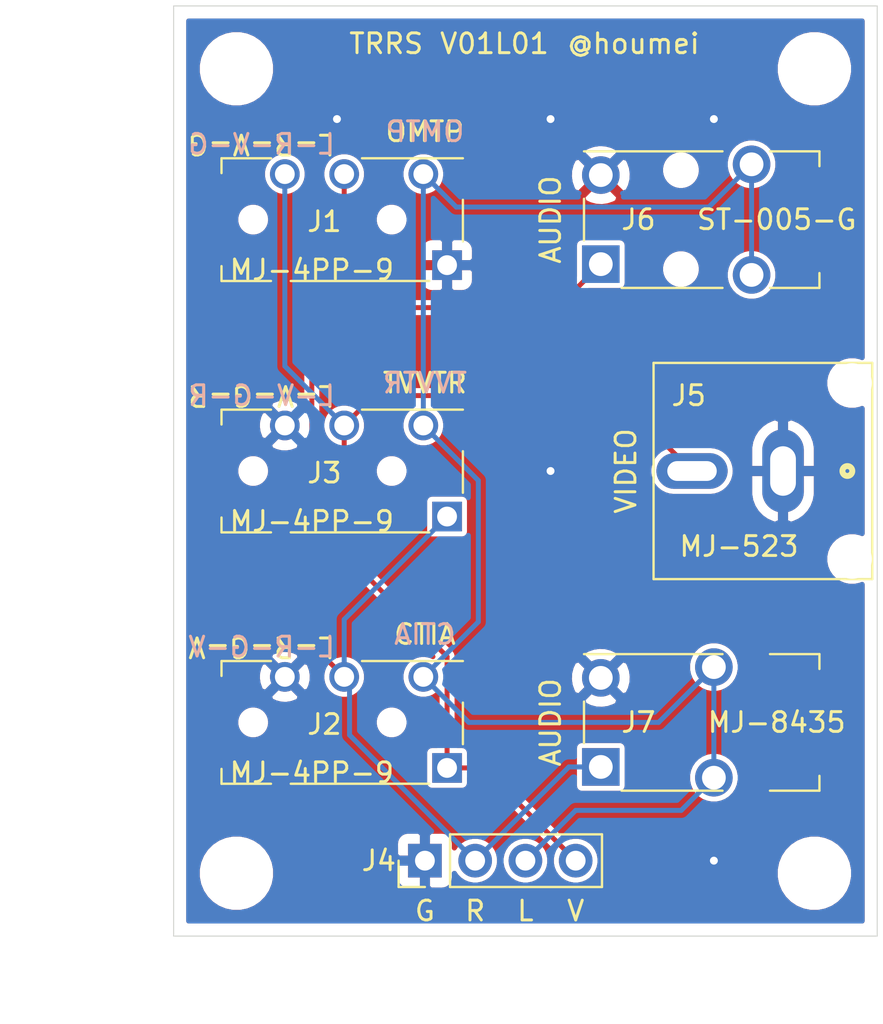
<source format=kicad_pcb>
(kicad_pcb (version 20171130) (host pcbnew "(5.1.8)-1")

  (general
    (thickness 1.6)
    (drawings 34)
    (tracks 44)
    (zones 0)
    (modules 11)
    (nets 5)
  )

  (page A4)
  (layers
    (0 F.Cu signal)
    (31 B.Cu signal)
    (32 B.Adhes user)
    (33 F.Adhes user)
    (34 B.Paste user)
    (35 F.Paste user)
    (36 B.SilkS user)
    (37 F.SilkS user)
    (38 B.Mask user)
    (39 F.Mask user)
    (40 Dwgs.User user)
    (41 Cmts.User user)
    (42 Eco1.User user)
    (43 Eco2.User user)
    (44 Edge.Cuts user)
    (45 Margin user)
    (46 B.CrtYd user)
    (47 F.CrtYd user)
    (48 B.Fab user)
    (49 F.Fab user hide)
  )

  (setup
    (last_trace_width 0.25)
    (trace_clearance 0.2)
    (zone_clearance 0.254)
    (zone_45_only no)
    (trace_min 0.2)
    (via_size 0.8)
    (via_drill 0.4)
    (via_min_size 0.4)
    (via_min_drill 0.3)
    (uvia_size 0.3)
    (uvia_drill 0.1)
    (uvias_allowed no)
    (uvia_min_size 0.2)
    (uvia_min_drill 0.1)
    (edge_width 0.05)
    (segment_width 0.2)
    (pcb_text_width 0.3)
    (pcb_text_size 1.5 1.5)
    (mod_edge_width 0.12)
    (mod_text_size 1 1)
    (mod_text_width 0.15)
    (pad_size 1 1)
    (pad_drill 0.65)
    (pad_to_mask_clearance 0)
    (aux_axis_origin 152.4 127)
    (grid_origin 152.4 127)
    (visible_elements 7FFFFFFF)
    (pcbplotparams
      (layerselection 0x010f0_ffffffff)
      (usegerberextensions true)
      (usegerberattributes false)
      (usegerberadvancedattributes false)
      (creategerberjobfile false)
      (excludeedgelayer true)
      (linewidth 0.100000)
      (plotframeref false)
      (viasonmask true)
      (mode 1)
      (useauxorigin true)
      (hpglpennumber 1)
      (hpglpenspeed 20)
      (hpglpendiameter 15.000000)
      (psnegative false)
      (psa4output false)
      (plotreference true)
      (plotvalue false)
      (plotinvisibletext false)
      (padsonsilk false)
      (subtractmaskfromsilk false)
      (outputformat 1)
      (mirror false)
      (drillshape 0)
      (scaleselection 1)
      (outputdirectory "TRRSV01L01GB/"))
  )

  (net 0 "")
  (net 1 GND)
  (net 2 V)
  (net 3 L)
  (net 4 R)

  (net_class Default "This is the default net class."
    (clearance 0.2)
    (trace_width 0.25)
    (via_dia 0.8)
    (via_drill 0.4)
    (uvia_dia 0.3)
    (uvia_drill 0.1)
    (add_net GND)
    (add_net L)
    (add_net R)
    (add_net V)
  )

  (module Footprints:Jack_3.5mm_MRUSHIN_MJ-8435 (layer F.Cu) (tedit 6193F05E) (tstamp 64A07D4C)
    (at 180.34 116.205 180)
    (descr "3.5mm horizontal headphones jack, http://akizukidenshi.com/download/ds/switronic/ST-005-G.pdf")
    (tags "Connector Audio Switronic ST-005-G")
    (path /64A0D783)
    (fp_text reference J7 (at 4.445 0) (layer F.SilkS)
      (effects (font (size 1 1) (thickness 0.15)))
    )
    (fp_text value AudioJack3 (at 0 4.5) (layer F.Fab)
      (effects (font (size 1 1) (thickness 0.15)))
    )
    (fp_text user %R (at 0 0) (layer F.Fab)
      (effects (font (size 0.7 0.7) (thickness 0.1)))
    )
    (fp_line (start 7.2 -1.05) (end 7.2 1.05) (layer F.SilkS) (width 0.12))
    (fp_line (start 0.2 3.45) (end 7.2 3.45) (layer F.SilkS) (width 0.12))
    (fp_line (start 0.2 -3.45) (end 5.3 -3.45) (layer F.SilkS) (width 0.12))
    (fp_line (start -4.7 -3.45) (end -2.2 -3.45) (layer F.SilkS) (width 0.12))
    (fp_line (start -4.7 -2.7) (end -4.7 -3.45) (layer F.SilkS) (width 0.12))
    (fp_line (start -4.7 3.45) (end -4.7 2.7) (layer F.SilkS) (width 0.12))
    (fp_line (start -2.2 3.45) (end -4.7 3.45) (layer F.SilkS) (width 0.12))
    (fp_line (start -7 2.5) (end -7 -2.5) (layer F.Fab) (width 0.1))
    (fp_line (start -4.5 2.5) (end -7 2.5) (layer F.Fab) (width 0.1))
    (fp_line (start -4.5 3.25) (end -4.5 2.5) (layer F.Fab) (width 0.1))
    (fp_line (start 7 3.25) (end -4.5 3.25) (layer F.Fab) (width 0.1))
    (fp_line (start 7 -3.25) (end 7 3.25) (layer F.Fab) (width 0.1))
    (fp_line (start -4.5 -3.25) (end 7 -3.25) (layer F.Fab) (width 0.1))
    (fp_line (start -4.5 -2.5) (end -4.5 -3.25) (layer F.Fab) (width 0.1))
    (fp_line (start -7 -2.5) (end -4.5 -2.5) (layer F.Fab) (width 0.1))
    (fp_line (start 7.95 -4.35) (end -7.5 -4.35) (layer F.CrtYd) (width 0.05))
    (fp_line (start 7.95 4.35) (end 7.95 -4.35) (layer F.CrtYd) (width 0.05))
    (fp_line (start -7.5 4.35) (end 7.95 4.35) (layer F.CrtYd) (width 0.05))
    (fp_line (start -7.5 -4.35) (end -7.5 4.35) (layer F.CrtYd) (width 0.05))
    (pad T thru_hole circle (at 0.635 -2.794 180) (size 1.9 1.9) (drill 1.2) (layers *.Cu *.Mask)
      (net 3 L))
    (pad T thru_hole circle (at 0.635 2.794 180) (size 1.9 1.9) (drill 1.2) (layers *.Cu *.Mask)
      (net 3 L))
    (pad R thru_hole rect (at 6.35 -2.25 180) (size 1.9 1.9) (drill 1.2) (layers *.Cu *.Mask)
      (net 4 R))
    (pad S thru_hole circle (at 6.35 2.25 180) (size 1.9 1.9) (drill 1.2) (layers *.Cu *.Mask)
      (net 1 GND))
    (model ${KISYS3DMOD}/Connector_Audio.3dshapes/Jack_3.5mm_Switronic_ST-005-G_horizontal.wrl
      (at (xyz 0 0 0))
      (scale (xyz 1 1 1))
      (rotate (xyz 0 0 0))
    )
  )

  (module Footprints:Jack_3.5mm_ST-005-G_WH (layer F.Cu) (tedit 647F0B55) (tstamp 64859E96)
    (at 180.34 90.805 180)
    (descr "3.5mm horizontal headphones jack, http://akizukidenshi.com/download/ds/switronic/ST-005-G.pdf")
    (tags "Connector Audio Switronic ST-005-G")
    (path /6485B897)
    (fp_text reference J6 (at 4.445 0) (layer F.SilkS)
      (effects (font (size 1 1) (thickness 0.15)))
    )
    (fp_text value AudioJack3 (at 0 4.5) (layer F.Fab)
      (effects (font (size 1 1) (thickness 0.15)))
    )
    (fp_text user %R (at 0 0) (layer F.Fab)
      (effects (font (size 0.7 0.7) (thickness 0.1)))
    )
    (fp_line (start -7.5 -4.35) (end -7.5 4.35) (layer F.CrtYd) (width 0.05))
    (fp_line (start -7.5 4.35) (end 7.95 4.35) (layer F.CrtYd) (width 0.05))
    (fp_line (start 7.95 4.35) (end 7.95 -4.35) (layer F.CrtYd) (width 0.05))
    (fp_line (start 7.95 -4.35) (end -7.5 -4.35) (layer F.CrtYd) (width 0.05))
    (fp_line (start -7 -2.5) (end -4.5 -2.5) (layer F.Fab) (width 0.1))
    (fp_line (start -4.5 -2.5) (end -4.5 -3.25) (layer F.Fab) (width 0.1))
    (fp_line (start -4.5 -3.25) (end 7 -3.25) (layer F.Fab) (width 0.1))
    (fp_line (start 7 -3.25) (end 7 3.25) (layer F.Fab) (width 0.1))
    (fp_line (start 7 3.25) (end -4.5 3.25) (layer F.Fab) (width 0.1))
    (fp_line (start -4.5 3.25) (end -4.5 2.5) (layer F.Fab) (width 0.1))
    (fp_line (start -4.5 2.5) (end -7 2.5) (layer F.Fab) (width 0.1))
    (fp_line (start -7 2.5) (end -7 -2.5) (layer F.Fab) (width 0.1))
    (fp_line (start -2.2 3.45) (end -4.7 3.45) (layer F.SilkS) (width 0.12))
    (fp_line (start -4.7 3.45) (end -4.7 2.7) (layer F.SilkS) (width 0.12))
    (fp_line (start -4.7 -2.7) (end -4.7 -3.45) (layer F.SilkS) (width 0.12))
    (fp_line (start -4.7 -3.45) (end -2.2 -3.45) (layer F.SilkS) (width 0.12))
    (fp_line (start 0.2 -3.45) (end 5.3 -3.45) (layer F.SilkS) (width 0.12))
    (fp_line (start 0.2 3.45) (end 7.2 3.45) (layer F.SilkS) (width 0.12))
    (fp_line (start 7.2 -1.05) (end 7.2 1.05) (layer F.SilkS) (width 0.12))
    (pad T thru_hole circle (at -1.27 -2.794 180) (size 1.9 1.9) (drill 1.2) (layers *.Cu *.Mask)
      (net 3 L))
    (pad T thru_hole circle (at -1.27 2.794 180) (size 1.9 1.9) (drill 1.2) (layers *.Cu *.Mask)
      (net 3 L))
    (pad R thru_hole rect (at 6.35 -2.25 180) (size 1.9 1.9) (drill 1.2) (layers *.Cu *.Mask)
      (net 4 R))
    (pad S thru_hole circle (at 6.35 2.25 180) (size 1.9 1.9) (drill 1.2) (layers *.Cu *.Mask)
      (net 1 GND))
    (pad "" np_thru_hole circle (at 2.3 -2.5 180) (size 1.3 1.3) (drill 1.3) (layers *.Cu *.Mask))
    (pad "" np_thru_hole circle (at 2.3 2.5 180) (size 1.3 1.3) (drill 1.3) (layers *.Cu *.Mask))
    (model ${KISYS3DMOD}/Connector_Audio.3dshapes/Jack_3.5mm_Switronic_ST-005-G_horizontal.wrl
      (at (xyz 0 0 0))
      (scale (xyz 1 1 1))
      (rotate (xyz 0 0 0))
    )
  )

  (module Footprints:MJ-523 (layer F.Cu) (tedit 64859BD2) (tstamp 64AB5068)
    (at 177.8 103.505 90)
    (path /64A0BC01)
    (fp_text reference J5 (at 3.81 0.635 180) (layer F.SilkS)
      (effects (font (size 1.006693 1.006693) (thickness 0.15)))
    )
    (fp_text value Conn_Coaxial (at 0 9.398 90) (layer F.Fab)
      (effects (font (size 1.004906 1.004906) (thickness 0.15)))
    )
    (fp_line (start -7.239 -1.143) (end 7.239 -1.143) (layer F.CrtYd) (width 0.05))
    (fp_line (start 7.239 9.906) (end -7.239 9.906) (layer F.CrtYd) (width 0.05))
    (fp_line (start -5.461 -1.143) (end -5.461 9.906) (layer F.SilkS) (width 0.12))
    (fp_line (start 5.461 -1.143) (end -5.461 -1.143) (layer F.SilkS) (width 0.12))
    (fp_line (start 5.461 9.906) (end 5.461 -1.143) (layer F.SilkS) (width 0.12))
    (fp_line (start -5.461 9.906) (end 5.461 9.906) (layer F.SilkS) (width 0.12))
    (fp_line (start 7.239 9.906) (end 7.239 -1.143) (layer F.CrtYd) (width 0.05))
    (fp_line (start -7.239 9.906) (end -7.239 -1.143) (layer F.CrtYd) (width 0.05))
    (fp_circle (center 0 8.651) (end 0.1 8.651) (layer F.SilkS) (width 0.3))
    (fp_circle (center 0 7) (end 0.1 7) (layer F.Fab) (width 0.3))
    (pad 2 thru_hole oval (at 0 5.4 90) (size 4.2 2.1) (drill oval 2.5 1.3) (layers *.Cu *.Mask)
      (net 1 GND))
    (pad 1 thru_hole oval (at 0 0.8 90) (size 1.8 3.6) (drill oval 1 2.5) (layers *.Cu *.Mask)
      (net 2 V))
    (pad "" np_thru_hole circle (at -4.445 8.89 90) (size 2 2) (drill 2) (layers *.Cu *.Mask)
      (zone_connect 0))
    (pad "" np_thru_hole circle (at 4.445 8.89 90) (size 2 2) (drill 2) (layers *.Cu *.Mask)
      (zone_connect 0))
  )

  (module Footprints:Jack_3.5mm_MJ-4PP-9 (layer F.Cu) (tedit 648372AC) (tstamp 6468DE2B)
    (at 160.02 103.505)
    (descr "3.5mm horizontal headphones jack, http://akizukidenshi.com/download/ds/switronic/ST-005-G.pdf")
    (tags "Connector Audio Switronic ST-005-G")
    (path /6468D60D)
    (fp_text reference J3 (at 0 0.1) (layer F.SilkS)
      (effects (font (size 1 1) (thickness 0.15)))
    )
    (fp_text value AudioJack4 (at 0.0254 5.7658) (layer F.Fab)
      (effects (font (size 1 1) (thickness 0.15)))
    )
    (fp_text user %R (at 0 0.2) (layer F.Fab)
      (effects (font (size 0.7 0.7) (thickness 0.1)))
    )
    (fp_line (start 7 -1) (end 7 1.1) (layer F.SilkS) (width 0.12))
    (fp_line (start -1.7 3.1) (end 5.3 3.1) (layer F.SilkS) (width 0.12))
    (fp_line (start 1.9 -3.1) (end 7 -3.1) (layer F.SilkS) (width 0.12))
    (fp_line (start -5.2 -3.1) (end -2.7 -3.1) (layer F.SilkS) (width 0.12))
    (fp_line (start -5.2 -2.35) (end -5.2 -3.1) (layer F.SilkS) (width 0.12))
    (fp_line (start -5.2 3.1) (end -5.2 2.35) (layer F.SilkS) (width 0.12))
    (fp_line (start -2.7 3.1) (end -5.2 3.1) (layer F.SilkS) (width 0.12))
    (fp_line (start -5.2 3.1) (end -5.2 2.3) (layer F.Fab) (width 0.1))
    (fp_line (start 7 3.1) (end -5.2 3.1) (layer F.Fab) (width 0.1))
    (fp_line (start 7 -3.1) (end -5.2 -3.1) (layer F.Fab) (width 0.1))
    (fp_line (start -5.2 -2.3) (end -7.2 -2.3) (layer F.Fab) (width 0.1))
    (fp_line (start -5.2 2.3) (end -7.2 2.3) (layer F.Fab) (width 0.1))
    (fp_line (start 7 -3.1) (end 7 3.1) (layer F.Fab) (width 0.1))
    (fp_line (start -5.2 -2.3) (end -5.2 -3.1) (layer F.Fab) (width 0.1))
    (fp_line (start -7.2 -2.3) (end -7.2 2.3) (layer F.Fab) (width 0.1))
    (fp_line (start 7.1 -4.4) (end 7.1 4.4) (layer F.CrtYd) (width 0.05))
    (fp_line (start -7.3 -4.4) (end -7.3 4.4) (layer F.CrtYd) (width 0.05))
    (fp_line (start 7.1 -4.4) (end -7.3 -4.4) (layer F.CrtYd) (width 0.05))
    (fp_line (start 7.1 4.4) (end -7.3 4.4) (layer F.CrtYd) (width 0.05))
    (pad T thru_hole circle (at 5 -2.3) (size 1.5 1.5) (drill 1) (layers *.Cu *.Mask)
      (net 3 L))
    (pad R2 thru_hole circle (at -2 -2.3) (size 1.5 1.5) (drill 1) (layers *.Cu *.Mask)
      (net 1 GND))
    (pad S thru_hole rect (at 6.2 2.3) (size 1.5 1.5) (drill 1) (layers *.Cu *.Mask)
      (net 4 R))
    (pad R1 thru_hole circle (at 1 -2.3) (size 1.5 1.5) (drill 1) (layers *.Cu *.Mask)
      (net 2 V))
    (pad "" np_thru_hole circle (at 3.4 0) (size 1 1) (drill 1) (layers *.Cu *.Mask))
    (pad "" np_thru_hole circle (at -3.6 0) (size 1 1) (drill 1) (layers *.Cu *.Mask))
    (model ${KISYS3DMOD}/Connector_Audio.3dshapes/Jack_3.5mm_Switronic_ST-005-G_horizontal.wrl
      (at (xyz 0 0 0))
      (scale (xyz 1 1 1))
      (rotate (xyz 0 0 0))
    )
  )

  (module Footprints:Jack_3.5mm_MJ-4PP-9 (layer F.Cu) (tedit 648372AC) (tstamp 6468DE0D)
    (at 160.02 116.205)
    (descr "3.5mm horizontal headphones jack, http://akizukidenshi.com/download/ds/switronic/ST-005-G.pdf")
    (tags "Connector Audio Switronic ST-005-G")
    (path /6468CD91)
    (fp_text reference J2 (at 0 0.1) (layer F.SilkS)
      (effects (font (size 1 1) (thickness 0.15)))
    )
    (fp_text value AudioJack4 (at 0.0254 5.7658) (layer F.Fab)
      (effects (font (size 1 1) (thickness 0.15)))
    )
    (fp_text user %R (at 0 0.2) (layer F.Fab)
      (effects (font (size 0.7 0.7) (thickness 0.1)))
    )
    (fp_line (start 7 -1) (end 7 1.1) (layer F.SilkS) (width 0.12))
    (fp_line (start -1.7 3.1) (end 5.3 3.1) (layer F.SilkS) (width 0.12))
    (fp_line (start 1.9 -3.1) (end 7 -3.1) (layer F.SilkS) (width 0.12))
    (fp_line (start -5.2 -3.1) (end -2.7 -3.1) (layer F.SilkS) (width 0.12))
    (fp_line (start -5.2 -2.35) (end -5.2 -3.1) (layer F.SilkS) (width 0.12))
    (fp_line (start -5.2 3.1) (end -5.2 2.35) (layer F.SilkS) (width 0.12))
    (fp_line (start -2.7 3.1) (end -5.2 3.1) (layer F.SilkS) (width 0.12))
    (fp_line (start -5.2 3.1) (end -5.2 2.3) (layer F.Fab) (width 0.1))
    (fp_line (start 7 3.1) (end -5.2 3.1) (layer F.Fab) (width 0.1))
    (fp_line (start 7 -3.1) (end -5.2 -3.1) (layer F.Fab) (width 0.1))
    (fp_line (start -5.2 -2.3) (end -7.2 -2.3) (layer F.Fab) (width 0.1))
    (fp_line (start -5.2 2.3) (end -7.2 2.3) (layer F.Fab) (width 0.1))
    (fp_line (start 7 -3.1) (end 7 3.1) (layer F.Fab) (width 0.1))
    (fp_line (start -5.2 -2.3) (end -5.2 -3.1) (layer F.Fab) (width 0.1))
    (fp_line (start -7.2 -2.3) (end -7.2 2.3) (layer F.Fab) (width 0.1))
    (fp_line (start 7.1 -4.4) (end 7.1 4.4) (layer F.CrtYd) (width 0.05))
    (fp_line (start -7.3 -4.4) (end -7.3 4.4) (layer F.CrtYd) (width 0.05))
    (fp_line (start 7.1 -4.4) (end -7.3 -4.4) (layer F.CrtYd) (width 0.05))
    (fp_line (start 7.1 4.4) (end -7.3 4.4) (layer F.CrtYd) (width 0.05))
    (pad T thru_hole circle (at 5 -2.3) (size 1.5 1.5) (drill 1) (layers *.Cu *.Mask)
      (net 3 L))
    (pad R2 thru_hole circle (at -2 -2.3) (size 1.5 1.5) (drill 1) (layers *.Cu *.Mask)
      (net 1 GND))
    (pad S thru_hole rect (at 6.2 2.3) (size 1.5 1.5) (drill 1) (layers *.Cu *.Mask)
      (net 2 V))
    (pad R1 thru_hole circle (at 1 -2.3) (size 1.5 1.5) (drill 1) (layers *.Cu *.Mask)
      (net 4 R))
    (pad "" np_thru_hole circle (at 3.4 0) (size 1 1) (drill 1) (layers *.Cu *.Mask))
    (pad "" np_thru_hole circle (at -3.6 0) (size 1 1) (drill 1) (layers *.Cu *.Mask))
    (model ${KISYS3DMOD}/Connector_Audio.3dshapes/Jack_3.5mm_Switronic_ST-005-G_horizontal.wrl
      (at (xyz 0 0 0))
      (scale (xyz 1 1 1))
      (rotate (xyz 0 0 0))
    )
  )

  (module Footprints:Jack_3.5mm_MJ-4PP-9 (layer F.Cu) (tedit 648372AC) (tstamp 6474AB2B)
    (at 160.02 90.805)
    (descr "3.5mm horizontal headphones jack, http://akizukidenshi.com/download/ds/switronic/ST-005-G.pdf")
    (tags "Connector Audio Switronic ST-005-G")
    (path /6468ADA6)
    (fp_text reference J1 (at 0 0.1) (layer F.SilkS)
      (effects (font (size 1 1) (thickness 0.15)))
    )
    (fp_text value AudioJack4 (at 0.0254 5.7658) (layer F.Fab)
      (effects (font (size 1 1) (thickness 0.15)))
    )
    (fp_text user %R (at 0 0.2) (layer F.Fab)
      (effects (font (size 0.7 0.7) (thickness 0.1)))
    )
    (fp_line (start 7 -1) (end 7 1.1) (layer F.SilkS) (width 0.12))
    (fp_line (start -1.7 3.1) (end 5.3 3.1) (layer F.SilkS) (width 0.12))
    (fp_line (start 1.9 -3.1) (end 7 -3.1) (layer F.SilkS) (width 0.12))
    (fp_line (start -5.2 -3.1) (end -2.7 -3.1) (layer F.SilkS) (width 0.12))
    (fp_line (start -5.2 -2.35) (end -5.2 -3.1) (layer F.SilkS) (width 0.12))
    (fp_line (start -5.2 3.1) (end -5.2 2.35) (layer F.SilkS) (width 0.12))
    (fp_line (start -2.7 3.1) (end -5.2 3.1) (layer F.SilkS) (width 0.12))
    (fp_line (start -5.2 3.1) (end -5.2 2.3) (layer F.Fab) (width 0.1))
    (fp_line (start 7 3.1) (end -5.2 3.1) (layer F.Fab) (width 0.1))
    (fp_line (start 7 -3.1) (end -5.2 -3.1) (layer F.Fab) (width 0.1))
    (fp_line (start -5.2 -2.3) (end -7.2 -2.3) (layer F.Fab) (width 0.1))
    (fp_line (start -5.2 2.3) (end -7.2 2.3) (layer F.Fab) (width 0.1))
    (fp_line (start 7 -3.1) (end 7 3.1) (layer F.Fab) (width 0.1))
    (fp_line (start -5.2 -2.3) (end -5.2 -3.1) (layer F.Fab) (width 0.1))
    (fp_line (start -7.2 -2.3) (end -7.2 2.3) (layer F.Fab) (width 0.1))
    (fp_line (start 7.1 -4.4) (end 7.1 4.4) (layer F.CrtYd) (width 0.05))
    (fp_line (start -7.3 -4.4) (end -7.3 4.4) (layer F.CrtYd) (width 0.05))
    (fp_line (start 7.1 -4.4) (end -7.3 -4.4) (layer F.CrtYd) (width 0.05))
    (fp_line (start 7.1 4.4) (end -7.3 4.4) (layer F.CrtYd) (width 0.05))
    (pad T thru_hole circle (at 5 -2.3) (size 1.5 1.5) (drill 1) (layers *.Cu *.Mask)
      (net 3 L))
    (pad R2 thru_hole circle (at -2 -2.3) (size 1.5 1.5) (drill 1) (layers *.Cu *.Mask)
      (net 2 V))
    (pad S thru_hole rect (at 6.2 2.3) (size 1.5 1.5) (drill 1) (layers *.Cu *.Mask)
      (net 1 GND))
    (pad R1 thru_hole circle (at 1 -2.3) (size 1.5 1.5) (drill 1) (layers *.Cu *.Mask)
      (net 4 R))
    (pad "" np_thru_hole circle (at 3.4 0) (size 1 1) (drill 1) (layers *.Cu *.Mask))
    (pad "" np_thru_hole circle (at -3.6 0) (size 1 1) (drill 1) (layers *.Cu *.Mask))
    (model ${KISYS3DMOD}/Connector_Audio.3dshapes/Jack_3.5mm_Switronic_ST-005-G_horizontal.wrl
      (at (xyz 0 0 0))
      (scale (xyz 1 1 1))
      (rotate (xyz 0 0 0))
    )
  )

  (module Connector_PinHeader_2.54mm:PinHeader_1x04_P2.54mm_Vertical (layer F.Cu) (tedit 59FED5CC) (tstamp 64A07441)
    (at 165.1 123.19 90)
    (descr "Through hole straight pin header, 1x04, 2.54mm pitch, single row")
    (tags "Through hole pin header THT 1x04 2.54mm single row")
    (path /64A02DC7)
    (fp_text reference J4 (at 0 -2.33 180) (layer F.SilkS)
      (effects (font (size 1 1) (thickness 0.15)))
    )
    (fp_text value Conn_01x04_Male (at 0 9.95 90) (layer F.Fab)
      (effects (font (size 1 1) (thickness 0.15)))
    )
    (fp_line (start 1.8 -1.8) (end -1.8 -1.8) (layer F.CrtYd) (width 0.05))
    (fp_line (start 1.8 9.4) (end 1.8 -1.8) (layer F.CrtYd) (width 0.05))
    (fp_line (start -1.8 9.4) (end 1.8 9.4) (layer F.CrtYd) (width 0.05))
    (fp_line (start -1.8 -1.8) (end -1.8 9.4) (layer F.CrtYd) (width 0.05))
    (fp_line (start -1.33 -1.33) (end 0 -1.33) (layer F.SilkS) (width 0.12))
    (fp_line (start -1.33 0) (end -1.33 -1.33) (layer F.SilkS) (width 0.12))
    (fp_line (start -1.33 1.27) (end 1.33 1.27) (layer F.SilkS) (width 0.12))
    (fp_line (start 1.33 1.27) (end 1.33 8.95) (layer F.SilkS) (width 0.12))
    (fp_line (start -1.33 1.27) (end -1.33 8.95) (layer F.SilkS) (width 0.12))
    (fp_line (start -1.33 8.95) (end 1.33 8.95) (layer F.SilkS) (width 0.12))
    (fp_line (start -1.27 -0.635) (end -0.635 -1.27) (layer F.Fab) (width 0.1))
    (fp_line (start -1.27 8.89) (end -1.27 -0.635) (layer F.Fab) (width 0.1))
    (fp_line (start 1.27 8.89) (end -1.27 8.89) (layer F.Fab) (width 0.1))
    (fp_line (start 1.27 -1.27) (end 1.27 8.89) (layer F.Fab) (width 0.1))
    (fp_line (start -0.635 -1.27) (end 1.27 -1.27) (layer F.Fab) (width 0.1))
    (fp_text user %R (at 0 3.81) (layer F.Fab)
      (effects (font (size 1 1) (thickness 0.15)))
    )
    (pad 4 thru_hole oval (at 0 7.62 90) (size 1.7 1.7) (drill 1) (layers *.Cu *.Mask)
      (net 2 V))
    (pad 3 thru_hole oval (at 0 5.08 90) (size 1.7 1.7) (drill 1) (layers *.Cu *.Mask)
      (net 3 L))
    (pad 2 thru_hole oval (at 0 2.54 90) (size 1.7 1.7) (drill 1) (layers *.Cu *.Mask)
      (net 4 R))
    (pad 1 thru_hole rect (at 0 0 90) (size 1.7 1.7) (drill 1) (layers *.Cu *.Mask)
      (net 1 GND))
    (model ${KISYS3DMOD}/Connector_PinHeader_2.54mm.3dshapes/PinHeader_1x04_P2.54mm_Vertical.wrl
      (at (xyz 0 0 0))
      (scale (xyz 1 1 1))
      (rotate (xyz 0 0 0))
    )
  )

  (module MountingHole:MountingHole_3.2mm_M3 locked (layer F.Cu) (tedit 56D1B4CB) (tstamp 619CEBDB)
    (at 184.785 83.185)
    (descr "Mounting Hole 3.2mm, no annular, M3")
    (tags "mounting hole 3.2mm no annular m3")
    (attr virtual)
    (fp_text reference REF** (at 0 -4.2) (layer F.SilkS) hide
      (effects (font (size 1 1) (thickness 0.15)))
    )
    (fp_text value MountingHole_3.2mm_M3 (at 0 4.2) (layer F.Fab) hide
      (effects (font (size 1 1) (thickness 0.15)))
    )
    (fp_circle (center 0 0) (end 3.45 0) (layer F.CrtYd) (width 0.05))
    (fp_circle (center 0 0) (end 3.2 0) (layer Cmts.User) (width 0.15))
    (fp_text user %R (at 0.3 0) (layer F.Fab) hide
      (effects (font (size 1 1) (thickness 0.15)))
    )
    (pad 1 np_thru_hole circle (at 0 0) (size 3.2 3.2) (drill 3.2) (layers *.Cu *.Mask))
  )

  (module MountingHole:MountingHole_3.2mm_M3 locked (layer F.Cu) (tedit 56D1B4CB) (tstamp 619CEBA1)
    (at 155.575 83.185)
    (descr "Mounting Hole 3.2mm, no annular, M3")
    (tags "mounting hole 3.2mm no annular m3")
    (attr virtual)
    (fp_text reference REF** (at 0 -4.2) (layer F.SilkS) hide
      (effects (font (size 1 1) (thickness 0.15)))
    )
    (fp_text value MountingHole_3.2mm_M3 (at 0 4.2) (layer F.Fab) hide
      (effects (font (size 1 1) (thickness 0.15)))
    )
    (fp_circle (center 0 0) (end 3.45 0) (layer F.CrtYd) (width 0.05))
    (fp_circle (center 0 0) (end 3.2 0) (layer Cmts.User) (width 0.15))
    (fp_text user %R (at 0.3 0) (layer F.Fab) hide
      (effects (font (size 1 1) (thickness 0.15)))
    )
    (pad 1 np_thru_hole circle (at 0 0) (size 3.2 3.2) (drill 3.2) (layers *.Cu *.Mask))
  )

  (module MountingHole:MountingHole_3.2mm_M3 locked (layer F.Cu) (tedit 56D1B4CB) (tstamp 619CEB93)
    (at 184.785 123.825)
    (descr "Mounting Hole 3.2mm, no annular, M3")
    (tags "mounting hole 3.2mm no annular m3")
    (attr virtual)
    (fp_text reference REF** (at 0 -4.2) (layer F.SilkS) hide
      (effects (font (size 1 1) (thickness 0.15)))
    )
    (fp_text value MountingHole_3.2mm_M3 (at 0 4.2) (layer F.Fab) hide
      (effects (font (size 1 1) (thickness 0.15)))
    )
    (fp_circle (center 0 0) (end 3.2 0) (layer Cmts.User) (width 0.15))
    (fp_circle (center 0 0) (end 3.45 0) (layer F.CrtYd) (width 0.05))
    (fp_text user %R (at 0.3 0) (layer F.Fab) hide
      (effects (font (size 1 1) (thickness 0.15)))
    )
    (pad 1 np_thru_hole circle (at 0 0) (size 3.2 3.2) (drill 3.2) (layers *.Cu *.Mask))
  )

  (module MountingHole:MountingHole_3.2mm_M3 locked (layer F.Cu) (tedit 56D1B4CB) (tstamp 619CE6DC)
    (at 155.575 123.825)
    (descr "Mounting Hole 3.2mm, no annular, M3")
    (tags "mounting hole 3.2mm no annular m3")
    (attr virtual)
    (fp_text reference REF** (at 0 -4.2) (layer F.SilkS) hide
      (effects (font (size 1 1) (thickness 0.15)))
    )
    (fp_text value MountingHole_3.2mm_M3 (at 0 4.2) (layer F.Fab) hide
      (effects (font (size 1 1) (thickness 0.15)))
    )
    (fp_circle (center 0 0) (end 3.45 0) (layer F.CrtYd) (width 0.05))
    (fp_circle (center 0 0) (end 3.2 0) (layer Cmts.User) (width 0.15))
    (fp_text user %R (at 0.3 0) (layer F.Fab) hide
      (effects (font (size 1 1) (thickness 0.15)))
    )
    (pad 1 np_thru_hole circle (at 0 0) (size 3.2 3.2) (drill 3.2) (layers *.Cu *.Mask))
  )

  (gr_text L-R-G-V (at 156.845 112.395) (layer B.SilkS) (tstamp 64A07FC2)
    (effects (font (size 1 1) (thickness 0.15)) (justify mirror))
  )
  (gr_text L-V-G-R (at 156.845 99.695) (layer B.SilkS) (tstamp 64A07FBE)
    (effects (font (size 1 1) (thickness 0.15)) (justify mirror))
  )
  (gr_text L-R-V-G (at 156.845 86.995) (layer B.SilkS) (tstamp 64A07FB9)
    (effects (font (size 1 1) (thickness 0.15)) (justify mirror))
  )
  (gr_text V (at 172.72 125.73) (layer F.SilkS) (tstamp 64A07F77)
    (effects (font (size 1 1) (thickness 0.15)))
  )
  (gr_text L (at 170.18 125.73) (layer F.SilkS) (tstamp 64A07F75)
    (effects (font (size 1 1) (thickness 0.15)))
  )
  (gr_text R (at 167.64 125.73) (layer F.SilkS) (tstamp 64A07F73)
    (effects (font (size 1 1) (thickness 0.15)))
  )
  (gr_text G (at 165.1 125.73) (layer F.SilkS)
    (effects (font (size 1 1) (thickness 0.15)))
  )
  (gr_text MJ-523 (at 180.975 107.315) (layer F.SilkS) (tstamp 64A07F6D)
    (effects (font (size 1 1) (thickness 0.15)))
  )
  (gr_text MJ-4PP-9 (at 159.385 118.745) (layer F.SilkS) (tstamp 64A07F18)
    (effects (font (size 1 1) (thickness 0.15)))
  )
  (gr_text MJ-4PP-9 (at 159.385 106.045) (layer F.SilkS) (tstamp 64A07F15)
    (effects (font (size 1 1) (thickness 0.15)))
  )
  (gr_text MJ-4PP-9 (at 159.385 93.345) (layer F.SilkS) (tstamp 64A07F12)
    (effects (font (size 1 1) (thickness 0.15)))
  )
  (gr_text AUDIO (at 171.45 90.805 90) (layer F.SilkS) (tstamp 64A07EC5)
    (effects (font (size 1 1) (thickness 0.15)))
  )
  (gr_text ST-005-G (at 182.88 90.805) (layer F.SilkS) (tstamp 64A07EC0)
    (effects (font (size 1 1) (thickness 0.15)))
  )
  (gr_text MJ-8435 (at 182.88 116.205) (layer F.SilkS)
    (effects (font (size 1 1) (thickness 0.15)))
  )
  (gr_line (start 152.4 80.01) (end 187.96 80.01) (layer Edge.Cuts) (width 0.05) (tstamp 64A07A83))
  (gr_line (start 187.96 127) (end 152.4 127) (layer Edge.Cuts) (width 0.05) (tstamp 64A07A82))
  (dimension 35.56 (width 0.15) (layer Dwgs.User)
    (gr_text "35.560 mm" (at 170.18 132.11) (layer Dwgs.User)
      (effects (font (size 1 1) (thickness 0.15)))
    )
    (feature1 (pts (xy 187.96 128.27) (xy 187.96 131.396421)))
    (feature2 (pts (xy 152.4 128.27) (xy 152.4 131.396421)))
    (crossbar (pts (xy 152.4 130.81) (xy 187.96 130.81)))
    (arrow1a (pts (xy 187.96 130.81) (xy 186.833496 131.396421)))
    (arrow1b (pts (xy 187.96 130.81) (xy 186.833496 130.223579)))
    (arrow2a (pts (xy 152.4 130.81) (xy 153.526504 131.396421)))
    (arrow2b (pts (xy 152.4 130.81) (xy 153.526504 130.223579)))
  )
  (gr_text AUDIO (at 171.45 116.205 90) (layer F.SilkS) (tstamp 6485B14F)
    (effects (font (size 1 1) (thickness 0.15)))
  )
  (gr_text CTIA (at 165.1 111.76) (layer B.SilkS) (tstamp 6485B149)
    (effects (font (size 1 1) (thickness 0.15)) (justify mirror))
  )
  (gr_text TVVTR (at 165.1 99.06) (layer B.SilkS) (tstamp 6485B143)
    (effects (font (size 1 1) (thickness 0.15)) (justify mirror))
  )
  (gr_text OMTP (at 165.1 86.36) (layer B.SilkS) (tstamp 6485B13C)
    (effects (font (size 1 1) (thickness 0.15)) (justify mirror))
  )
  (dimension 46.99 (width 0.15) (layer Dwgs.User)
    (gr_text "46.990 mm" (at 147.29 103.505 90) (layer Dwgs.User)
      (effects (font (size 1 1) (thickness 0.15)))
    )
    (feature1 (pts (xy 149.225 80.01) (xy 148.003579 80.01)))
    (feature2 (pts (xy 149.225 127) (xy 148.003579 127)))
    (crossbar (pts (xy 148.59 127) (xy 148.59 80.01)))
    (arrow1a (pts (xy 148.59 80.01) (xy 149.176421 81.136504)))
    (arrow1b (pts (xy 148.59 80.01) (xy 148.003579 81.136504)))
    (arrow2a (pts (xy 148.59 127) (xy 149.176421 125.873496)))
    (arrow2b (pts (xy 148.59 127) (xy 148.003579 125.873496)))
  )
  (gr_line (start 152.4 80.01) (end 152.4 127) (layer Edge.Cuts) (width 0.05) (tstamp 6474A595))
  (gr_line (start 187.96 127) (end 187.96 80.01) (layer Edge.Cuts) (width 0.05))
  (gr_text L-V-G-R (at 156.845 99.695 180) (layer F.SilkS) (tstamp 6468EAD0)
    (effects (font (size 1 1) (thickness 0.15)))
  )
  (gr_text L-R-G-V (at 156.845 112.395 180) (layer F.SilkS) (tstamp 6468EACB)
    (effects (font (size 1 1) (thickness 0.15)))
  )
  (gr_text L-R-V-G (at 156.845 86.995 180) (layer F.SilkS) (tstamp 6468EAC5)
    (effects (font (size 1 1) (thickness 0.15)))
  )
  (gr_text TVVTR (at 165.1 99.06) (layer F.SilkS) (tstamp 6468EA63)
    (effects (font (size 1 1) (thickness 0.15)))
  )
  (gr_text CTIA (at 165.1 111.76) (layer F.SilkS) (tstamp 6468EA60)
    (effects (font (size 1 1) (thickness 0.15)))
  )
  (gr_text OMTP (at 165.1 86.36) (layer F.SilkS) (tstamp 6468EA5C)
    (effects (font (size 1 1) (thickness 0.15)))
  )
  (gr_text VIDEO (at 175.26 103.505 90) (layer F.SilkS) (tstamp 61E9C440)
    (effects (font (size 1 1) (thickness 0.15)))
  )
  (gr_text @houmei (at 179.07 81.915) (layer F.SilkS)
    (effects (font (size 1 1) (thickness 0.15)) (justify right))
  )
  (gr_text V01L01 (at 171.45 81.915) (layer F.SilkS)
    (effects (font (size 1 1) (thickness 0.15)) (justify right))
  )
  (gr_text TRRS (at 165.1 81.915) (layer F.SilkS)
    (effects (font (size 1 1) (thickness 0.15)) (justify right))
  )

  (via (at 179.705 123.19) (size 0.8) (drill 0.4) (layers F.Cu B.Cu) (net 1))
  (via (at 179.705 85.725) (size 0.8) (drill 0.4) (layers F.Cu B.Cu) (net 1) (tstamp 64A07F91))
  (via (at 171.45 85.725) (size 0.8) (drill 0.4) (layers F.Cu B.Cu) (net 1) (tstamp 64A07F93))
  (via (at 171.45 103.505) (size 0.8) (drill 0.4) (layers F.Cu B.Cu) (net 1) (tstamp 64A07F95))
  (via (at 160.655 85.725) (size 0.8) (drill 0.4) (layers F.Cu B.Cu) (net 1) (tstamp 64A07F97))
  (segment (start 158.02 98.205) (end 161.02 101.205) (width 0.25) (layer B.Cu) (net 2))
  (segment (start 158.02 88.505) (end 158.02 98.205) (width 0.25) (layer B.Cu) (net 2))
  (segment (start 161.02 101.205) (end 162.53 99.695) (width 0.25) (layer F.Cu) (net 2))
  (segment (start 174.79 99.695) (end 178.6 103.505) (width 0.25) (layer F.Cu) (net 2))
  (segment (start 162.53 99.695) (end 174.79 99.695) (width 0.25) (layer F.Cu) (net 2))
  (segment (start 168.035 118.505) (end 172.72 123.19) (width 0.25) (layer F.Cu) (net 2))
  (segment (start 166.22 118.505) (end 168.035 118.505) (width 0.25) (layer F.Cu) (net 2))
  (segment (start 166.22 118.505) (end 166.22 112.88) (width 0.25) (layer F.Cu) (net 2))
  (segment (start 161.02 107.68) (end 161.02 101.205) (width 0.25) (layer F.Cu) (net 2))
  (segment (start 166.22 112.88) (end 161.02 107.68) (width 0.25) (layer F.Cu) (net 2))
  (segment (start 181.61 88.011) (end 181.61 93.599) (width 0.25) (layer B.Cu) (net 3))
  (segment (start 179.705 113.411) (end 179.705 118.999) (width 0.25) (layer B.Cu) (net 3))
  (segment (start 178.054 120.65) (end 179.705 118.999) (width 0.25) (layer B.Cu) (net 3))
  (segment (start 172.72 120.65) (end 178.054 120.65) (width 0.25) (layer B.Cu) (net 3))
  (segment (start 170.18 123.19) (end 172.72 120.65) (width 0.25) (layer B.Cu) (net 3))
  (segment (start 176.911 116.205) (end 179.705 113.411) (width 0.25) (layer B.Cu) (net 3))
  (segment (start 167.32 116.205) (end 176.911 116.205) (width 0.25) (layer B.Cu) (net 3))
  (segment (start 165.02 113.905) (end 167.32 116.205) (width 0.25) (layer B.Cu) (net 3))
  (segment (start 165.02 113.905) (end 167.8 111.125) (width 0.25) (layer B.Cu) (net 3))
  (segment (start 167.8 103.985) (end 165.02 101.205) (width 0.25) (layer B.Cu) (net 3))
  (segment (start 167.8 111.125) (end 167.8 103.985) (width 0.25) (layer B.Cu) (net 3))
  (segment (start 165.02 101.205) (end 165.02 88.505) (width 0.25) (layer B.Cu) (net 3))
  (segment (start 165.02 88.505) (end 166.685 90.17) (width 0.25) (layer B.Cu) (net 3))
  (segment (start 179.451 90.17) (end 181.61 88.011) (width 0.25) (layer B.Cu) (net 3))
  (segment (start 166.685 90.17) (end 179.451 90.17) (width 0.25) (layer B.Cu) (net 3))
  (segment (start 167.64 123.19) (end 161.29 116.84) (width 0.25) (layer B.Cu) (net 4))
  (segment (start 161.29 114.175) (end 161.02 113.905) (width 0.25) (layer B.Cu) (net 4))
  (segment (start 161.29 116.84) (end 161.29 114.175) (width 0.25) (layer B.Cu) (net 4))
  (segment (start 172.375 118.455) (end 167.64 123.19) (width 0.25) (layer B.Cu) (net 4))
  (segment (start 173.99 118.455) (end 172.375 118.455) (width 0.25) (layer B.Cu) (net 4))
  (segment (start 161.02 111.005) (end 166.22 105.805) (width 0.25) (layer B.Cu) (net 4))
  (segment (start 161.02 113.905) (end 161.02 111.005) (width 0.25) (layer B.Cu) (net 4))
  (segment (start 161.02 88.505) (end 161.02 92.44) (width 0.25) (layer F.Cu) (net 4))
  (segment (start 161.02 92.44) (end 163.83 95.25) (width 0.25) (layer F.Cu) (net 4))
  (segment (start 171.795 95.25) (end 173.99 93.055) (width 0.25) (layer F.Cu) (net 4))
  (segment (start 163.83 95.25) (end 171.795 95.25) (width 0.25) (layer F.Cu) (net 4))
  (segment (start 161.02 113.905) (end 159.385 112.27) (width 0.25) (layer F.Cu) (net 4))
  (segment (start 159.385 94.075) (end 161.02 92.44) (width 0.25) (layer F.Cu) (net 4))
  (segment (start 159.385 112.27) (end 159.385 94.075) (width 0.25) (layer F.Cu) (net 4))

  (zone (net 1) (net_name GND) (layer F.Cu) (tstamp 64A07FCE) (hatch edge 0.508)
    (connect_pads (clearance 0.254))
    (min_thickness 0.254)
    (fill yes (arc_segments 32) (thermal_gap 0.508) (thermal_bridge_width 0.508))
    (polygon
      (pts
        (xy 187.325 126.365) (xy 153.035 126.365) (xy 153.035 80.645) (xy 187.325 80.645)
      )
    )
    (filled_polygon
      (pts
        (xy 187.198 97.775637) (xy 187.092823 97.732071) (xy 186.826017 97.679) (xy 186.553983 97.679) (xy 186.287177 97.732071)
        (xy 186.035851 97.836174) (xy 185.809664 97.987307) (xy 185.617307 98.179664) (xy 185.466174 98.405851) (xy 185.362071 98.657177)
        (xy 185.309 98.923983) (xy 185.309 99.196017) (xy 185.362071 99.462823) (xy 185.466174 99.714149) (xy 185.617307 99.940336)
        (xy 185.809664 100.132693) (xy 186.035851 100.283826) (xy 186.287177 100.387929) (xy 186.553983 100.441) (xy 186.826017 100.441)
        (xy 187.092823 100.387929) (xy 187.198 100.344363) (xy 187.198 106.665637) (xy 187.092823 106.622071) (xy 186.826017 106.569)
        (xy 186.553983 106.569) (xy 186.287177 106.622071) (xy 186.035851 106.726174) (xy 185.809664 106.877307) (xy 185.617307 107.069664)
        (xy 185.466174 107.295851) (xy 185.362071 107.547177) (xy 185.309 107.813983) (xy 185.309 108.086017) (xy 185.362071 108.352823)
        (xy 185.466174 108.604149) (xy 185.617307 108.830336) (xy 185.809664 109.022693) (xy 186.035851 109.173826) (xy 186.287177 109.277929)
        (xy 186.553983 109.331) (xy 186.826017 109.331) (xy 187.092823 109.277929) (xy 187.198 109.234363) (xy 187.198 126.238)
        (xy 153.162 126.238) (xy 153.162 123.629889) (xy 153.594 123.629889) (xy 153.594 124.020111) (xy 153.670129 124.402836)
        (xy 153.819461 124.763355) (xy 154.036257 125.087814) (xy 154.312186 125.363743) (xy 154.636645 125.580539) (xy 154.997164 125.729871)
        (xy 155.379889 125.806) (xy 155.770111 125.806) (xy 156.152836 125.729871) (xy 156.513355 125.580539) (xy 156.837814 125.363743)
        (xy 157.113743 125.087814) (xy 157.330539 124.763355) (xy 157.479871 124.402836) (xy 157.552043 124.04) (xy 163.611928 124.04)
        (xy 163.624188 124.164482) (xy 163.660498 124.28418) (xy 163.719463 124.394494) (xy 163.798815 124.491185) (xy 163.895506 124.570537)
        (xy 164.00582 124.629502) (xy 164.125518 124.665812) (xy 164.25 124.678072) (xy 164.81425 124.675) (xy 164.973 124.51625)
        (xy 164.973 123.317) (xy 163.77375 123.317) (xy 163.615 123.47575) (xy 163.611928 124.04) (xy 157.552043 124.04)
        (xy 157.556 124.020111) (xy 157.556 123.629889) (xy 157.479871 123.247164) (xy 157.330539 122.886645) (xy 157.113743 122.562186)
        (xy 156.891557 122.34) (xy 163.611928 122.34) (xy 163.615 122.90425) (xy 163.77375 123.063) (xy 164.973 123.063)
        (xy 164.973 121.86375) (xy 165.227 121.86375) (xy 165.227 123.063) (xy 165.247 123.063) (xy 165.247 123.317)
        (xy 165.227 123.317) (xy 165.227 124.51625) (xy 165.38575 124.675) (xy 165.95 124.678072) (xy 166.074482 124.665812)
        (xy 166.19418 124.629502) (xy 166.304494 124.570537) (xy 166.401185 124.491185) (xy 166.480537 124.394494) (xy 166.539502 124.28418)
        (xy 166.575812 124.164482) (xy 166.588072 124.04) (xy 166.586927 123.829706) (xy 166.68382 123.974717) (xy 166.855283 124.14618)
        (xy 167.056903 124.280898) (xy 167.280931 124.373693) (xy 167.518757 124.421) (xy 167.761243 124.421) (xy 167.999069 124.373693)
        (xy 168.223097 124.280898) (xy 168.424717 124.14618) (xy 168.59618 123.974717) (xy 168.730898 123.773097) (xy 168.823693 123.549069)
        (xy 168.871 123.311243) (xy 168.871 123.068757) (xy 168.949 123.068757) (xy 168.949 123.311243) (xy 168.996307 123.549069)
        (xy 169.089102 123.773097) (xy 169.22382 123.974717) (xy 169.395283 124.14618) (xy 169.596903 124.280898) (xy 169.820931 124.373693)
        (xy 170.058757 124.421) (xy 170.301243 124.421) (xy 170.539069 124.373693) (xy 170.763097 124.280898) (xy 170.964717 124.14618)
        (xy 171.13618 123.974717) (xy 171.270898 123.773097) (xy 171.363693 123.549069) (xy 171.411 123.311243) (xy 171.411 123.068757)
        (xy 171.363693 122.830931) (xy 171.270898 122.606903) (xy 171.13618 122.405283) (xy 170.964717 122.23382) (xy 170.763097 122.099102)
        (xy 170.539069 122.006307) (xy 170.301243 121.959) (xy 170.058757 121.959) (xy 169.820931 122.006307) (xy 169.596903 122.099102)
        (xy 169.395283 122.23382) (xy 169.22382 122.405283) (xy 169.089102 122.606903) (xy 168.996307 122.830931) (xy 168.949 123.068757)
        (xy 168.871 123.068757) (xy 168.823693 122.830931) (xy 168.730898 122.606903) (xy 168.59618 122.405283) (xy 168.424717 122.23382)
        (xy 168.223097 122.099102) (xy 167.999069 122.006307) (xy 167.761243 121.959) (xy 167.518757 121.959) (xy 167.280931 122.006307)
        (xy 167.056903 122.099102) (xy 166.855283 122.23382) (xy 166.68382 122.405283) (xy 166.586927 122.550294) (xy 166.588072 122.34)
        (xy 166.575812 122.215518) (xy 166.539502 122.09582) (xy 166.480537 121.985506) (xy 166.401185 121.888815) (xy 166.304494 121.809463)
        (xy 166.19418 121.750498) (xy 166.074482 121.714188) (xy 165.95 121.701928) (xy 165.38575 121.705) (xy 165.227 121.86375)
        (xy 164.973 121.86375) (xy 164.81425 121.705) (xy 164.25 121.701928) (xy 164.125518 121.714188) (xy 164.00582 121.750498)
        (xy 163.895506 121.809463) (xy 163.798815 121.888815) (xy 163.719463 121.985506) (xy 163.660498 122.09582) (xy 163.624188 122.215518)
        (xy 163.611928 122.34) (xy 156.891557 122.34) (xy 156.837814 122.286257) (xy 156.513355 122.069461) (xy 156.152836 121.920129)
        (xy 155.770111 121.844) (xy 155.379889 121.844) (xy 154.997164 121.920129) (xy 154.636645 122.069461) (xy 154.312186 122.286257)
        (xy 154.036257 122.562186) (xy 153.819461 122.886645) (xy 153.670129 123.247164) (xy 153.594 123.629889) (xy 153.162 123.629889)
        (xy 153.162 116.118229) (xy 155.539 116.118229) (xy 155.539 116.291771) (xy 155.572856 116.461978) (xy 155.639268 116.62231)
        (xy 155.735682 116.766605) (xy 155.858395 116.889318) (xy 156.00269 116.985732) (xy 156.163022 117.052144) (xy 156.333229 117.086)
        (xy 156.506771 117.086) (xy 156.676978 117.052144) (xy 156.83731 116.985732) (xy 156.981605 116.889318) (xy 157.104318 116.766605)
        (xy 157.200732 116.62231) (xy 157.267144 116.461978) (xy 157.301 116.291771) (xy 157.301 116.118229) (xy 162.539 116.118229)
        (xy 162.539 116.291771) (xy 162.572856 116.461978) (xy 162.639268 116.62231) (xy 162.735682 116.766605) (xy 162.858395 116.889318)
        (xy 163.00269 116.985732) (xy 163.163022 117.052144) (xy 163.333229 117.086) (xy 163.506771 117.086) (xy 163.676978 117.052144)
        (xy 163.83731 116.985732) (xy 163.981605 116.889318) (xy 164.104318 116.766605) (xy 164.200732 116.62231) (xy 164.267144 116.461978)
        (xy 164.301 116.291771) (xy 164.301 116.118229) (xy 164.267144 115.948022) (xy 164.200732 115.78769) (xy 164.104318 115.643395)
        (xy 163.981605 115.520682) (xy 163.83731 115.424268) (xy 163.676978 115.357856) (xy 163.506771 115.324) (xy 163.333229 115.324)
        (xy 163.163022 115.357856) (xy 163.00269 115.424268) (xy 162.858395 115.520682) (xy 162.735682 115.643395) (xy 162.639268 115.78769)
        (xy 162.572856 115.948022) (xy 162.539 116.118229) (xy 157.301 116.118229) (xy 157.267144 115.948022) (xy 157.200732 115.78769)
        (xy 157.104318 115.643395) (xy 156.981605 115.520682) (xy 156.83731 115.424268) (xy 156.676978 115.357856) (xy 156.506771 115.324)
        (xy 156.333229 115.324) (xy 156.163022 115.357856) (xy 156.00269 115.424268) (xy 155.858395 115.520682) (xy 155.735682 115.643395)
        (xy 155.639268 115.78769) (xy 155.572856 115.948022) (xy 155.539 116.118229) (xy 153.162 116.118229) (xy 153.162 114.861993)
        (xy 157.242612 114.861993) (xy 157.308137 115.10086) (xy 157.555116 115.21676) (xy 157.81996 115.28225) (xy 158.092492 115.294812)
        (xy 158.362238 115.253965) (xy 158.618832 115.161277) (xy 158.731863 115.10086) (xy 158.797388 114.861993) (xy 158.02 114.084605)
        (xy 157.242612 114.861993) (xy 153.162 114.861993) (xy 153.162 113.977492) (xy 156.630188 113.977492) (xy 156.671035 114.247238)
        (xy 156.763723 114.503832) (xy 156.82414 114.616863) (xy 157.063007 114.682388) (xy 157.840395 113.905) (xy 158.199605 113.905)
        (xy 158.976993 114.682388) (xy 159.21586 114.616863) (xy 159.33176 114.369884) (xy 159.39725 114.10504) (xy 159.409812 113.832508)
        (xy 159.368965 113.562762) (xy 159.276277 113.306168) (xy 159.21586 113.193137) (xy 158.976993 113.127612) (xy 158.199605 113.905)
        (xy 157.840395 113.905) (xy 157.063007 113.127612) (xy 156.82414 113.193137) (xy 156.70824 113.440116) (xy 156.64275 113.70496)
        (xy 156.630188 113.977492) (xy 153.162 113.977492) (xy 153.162 112.948007) (xy 157.242612 112.948007) (xy 158.02 113.725395)
        (xy 158.797388 112.948007) (xy 158.731863 112.70914) (xy 158.484884 112.59324) (xy 158.22004 112.52775) (xy 157.947508 112.515188)
        (xy 157.677762 112.556035) (xy 157.421168 112.648723) (xy 157.308137 112.70914) (xy 157.242612 112.948007) (xy 153.162 112.948007)
        (xy 153.162 103.418229) (xy 155.539 103.418229) (xy 155.539 103.591771) (xy 155.572856 103.761978) (xy 155.639268 103.92231)
        (xy 155.735682 104.066605) (xy 155.858395 104.189318) (xy 156.00269 104.285732) (xy 156.163022 104.352144) (xy 156.333229 104.386)
        (xy 156.506771 104.386) (xy 156.676978 104.352144) (xy 156.83731 104.285732) (xy 156.981605 104.189318) (xy 157.104318 104.066605)
        (xy 157.200732 103.92231) (xy 157.267144 103.761978) (xy 157.301 103.591771) (xy 157.301 103.418229) (xy 157.267144 103.248022)
        (xy 157.200732 103.08769) (xy 157.104318 102.943395) (xy 156.981605 102.820682) (xy 156.83731 102.724268) (xy 156.676978 102.657856)
        (xy 156.506771 102.624) (xy 156.333229 102.624) (xy 156.163022 102.657856) (xy 156.00269 102.724268) (xy 155.858395 102.820682)
        (xy 155.735682 102.943395) (xy 155.639268 103.08769) (xy 155.572856 103.248022) (xy 155.539 103.418229) (xy 153.162 103.418229)
        (xy 153.162 101.277492) (xy 156.630188 101.277492) (xy 156.671035 101.547238) (xy 156.763723 101.803832) (xy 156.82414 101.916863)
        (xy 157.063007 101.982388) (xy 157.840395 101.205) (xy 157.063007 100.427612) (xy 156.82414 100.493137) (xy 156.70824 100.740116)
        (xy 156.64275 101.00496) (xy 156.630188 101.277492) (xy 153.162 101.277492) (xy 153.162 100.248007) (xy 157.242612 100.248007)
        (xy 158.02 101.025395) (xy 158.034143 101.011253) (xy 158.213748 101.190858) (xy 158.199605 101.205) (xy 158.213748 101.219143)
        (xy 158.034143 101.398748) (xy 158.02 101.384605) (xy 157.242612 102.161993) (xy 157.308137 102.40086) (xy 157.555116 102.51676)
        (xy 157.81996 102.58225) (xy 158.092492 102.594812) (xy 158.362238 102.553965) (xy 158.618832 102.461277) (xy 158.731863 102.40086)
        (xy 158.797387 102.161995) (xy 158.879001 102.243609) (xy 158.879 112.245154) (xy 158.876553 112.27) (xy 158.879 112.294846)
        (xy 158.879 112.294853) (xy 158.886322 112.369192) (xy 158.915255 112.464574) (xy 158.962241 112.552479) (xy 159.025473 112.629527)
        (xy 159.044785 112.645376) (xy 159.944779 113.54537) (xy 159.932464 113.5751) (xy 159.889 113.793606) (xy 159.889 114.016394)
        (xy 159.932464 114.2349) (xy 160.017721 114.440729) (xy 160.141495 114.62597) (xy 160.29903 114.783505) (xy 160.484271 114.907279)
        (xy 160.6901 114.992536) (xy 160.908606 115.036) (xy 161.131394 115.036) (xy 161.3499 114.992536) (xy 161.555729 114.907279)
        (xy 161.74097 114.783505) (xy 161.898505 114.62597) (xy 162.022279 114.440729) (xy 162.107536 114.2349) (xy 162.151 114.016394)
        (xy 162.151 113.793606) (xy 162.107536 113.5751) (xy 162.022279 113.369271) (xy 161.898505 113.18403) (xy 161.74097 113.026495)
        (xy 161.555729 112.902721) (xy 161.3499 112.817464) (xy 161.131394 112.774) (xy 160.908606 112.774) (xy 160.6901 112.817464)
        (xy 160.66037 112.829779) (xy 159.891 112.060409) (xy 159.891 101.326449) (xy 159.932464 101.5349) (xy 160.017721 101.740729)
        (xy 160.141495 101.92597) (xy 160.29903 102.083505) (xy 160.484271 102.207279) (xy 160.514001 102.219593) (xy 160.514 107.655154)
        (xy 160.511553 107.68) (xy 160.514 107.704846) (xy 160.514 107.704853) (xy 160.521322 107.779192) (xy 160.550255 107.874574)
        (xy 160.597241 107.962479) (xy 160.660473 108.039527) (xy 160.679785 108.055376) (xy 165.506906 112.882498) (xy 165.3499 112.817464)
        (xy 165.131394 112.774) (xy 164.908606 112.774) (xy 164.6901 112.817464) (xy 164.484271 112.902721) (xy 164.29903 113.026495)
        (xy 164.141495 113.18403) (xy 164.017721 113.369271) (xy 163.932464 113.5751) (xy 163.889 113.793606) (xy 163.889 114.016394)
        (xy 163.932464 114.2349) (xy 164.017721 114.440729) (xy 164.141495 114.62597) (xy 164.29903 114.783505) (xy 164.484271 114.907279)
        (xy 164.6901 114.992536) (xy 164.908606 115.036) (xy 165.131394 115.036) (xy 165.3499 114.992536) (xy 165.555729 114.907279)
        (xy 165.714001 114.801525) (xy 165.714 117.372157) (xy 165.47 117.372157) (xy 165.395311 117.379513) (xy 165.323492 117.401299)
        (xy 165.257304 117.436678) (xy 165.199289 117.484289) (xy 165.151678 117.542304) (xy 165.116299 117.608492) (xy 165.094513 117.680311)
        (xy 165.087157 117.755) (xy 165.087157 119.255) (xy 165.094513 119.329689) (xy 165.116299 119.401508) (xy 165.151678 119.467696)
        (xy 165.199289 119.525711) (xy 165.257304 119.573322) (xy 165.323492 119.608701) (xy 165.395311 119.630487) (xy 165.47 119.637843)
        (xy 166.97 119.637843) (xy 167.044689 119.630487) (xy 167.116508 119.608701) (xy 167.182696 119.573322) (xy 167.240711 119.525711)
        (xy 167.288322 119.467696) (xy 167.323701 119.401508) (xy 167.345487 119.329689) (xy 167.352843 119.255) (xy 167.352843 119.011)
        (xy 167.825409 119.011) (xy 171.568242 122.753834) (xy 171.536307 122.830931) (xy 171.489 123.068757) (xy 171.489 123.311243)
        (xy 171.536307 123.549069) (xy 171.629102 123.773097) (xy 171.76382 123.974717) (xy 171.935283 124.14618) (xy 172.136903 124.280898)
        (xy 172.360931 124.373693) (xy 172.598757 124.421) (xy 172.841243 124.421) (xy 173.079069 124.373693) (xy 173.303097 124.280898)
        (xy 173.504717 124.14618) (xy 173.67618 123.974717) (xy 173.810898 123.773097) (xy 173.870216 123.629889) (xy 182.804 123.629889)
        (xy 182.804 124.020111) (xy 182.880129 124.402836) (xy 183.029461 124.763355) (xy 183.246257 125.087814) (xy 183.522186 125.363743)
        (xy 183.846645 125.580539) (xy 184.207164 125.729871) (xy 184.589889 125.806) (xy 184.980111 125.806) (xy 185.362836 125.729871)
        (xy 185.723355 125.580539) (xy 186.047814 125.363743) (xy 186.323743 125.087814) (xy 186.540539 124.763355) (xy 186.689871 124.402836)
        (xy 186.766 124.020111) (xy 186.766 123.629889) (xy 186.689871 123.247164) (xy 186.540539 122.886645) (xy 186.323743 122.562186)
        (xy 186.047814 122.286257) (xy 185.723355 122.069461) (xy 185.362836 121.920129) (xy 184.980111 121.844) (xy 184.589889 121.844)
        (xy 184.207164 121.920129) (xy 183.846645 122.069461) (xy 183.522186 122.286257) (xy 183.246257 122.562186) (xy 183.029461 122.886645)
        (xy 182.880129 123.247164) (xy 182.804 123.629889) (xy 173.870216 123.629889) (xy 173.903693 123.549069) (xy 173.951 123.311243)
        (xy 173.951 123.068757) (xy 173.903693 122.830931) (xy 173.810898 122.606903) (xy 173.67618 122.405283) (xy 173.504717 122.23382)
        (xy 173.303097 122.099102) (xy 173.079069 122.006307) (xy 172.841243 121.959) (xy 172.598757 121.959) (xy 172.360931 122.006307)
        (xy 172.283834 122.038242) (xy 168.410376 118.164785) (xy 168.394527 118.145473) (xy 168.317479 118.082241) (xy 168.229575 118.035255)
        (xy 168.134193 118.006322) (xy 168.059854 117.999) (xy 168.059846 117.999) (xy 168.035 117.996553) (xy 168.010154 117.999)
        (xy 167.352843 117.999) (xy 167.352843 117.755) (xy 167.345487 117.680311) (xy 167.323701 117.608492) (xy 167.288322 117.542304)
        (xy 167.257708 117.505) (xy 172.657157 117.505) (xy 172.657157 119.405) (xy 172.664513 119.479689) (xy 172.686299 119.551508)
        (xy 172.721678 119.617696) (xy 172.769289 119.675711) (xy 172.827304 119.723322) (xy 172.893492 119.758701) (xy 172.965311 119.780487)
        (xy 173.04 119.787843) (xy 174.94 119.787843) (xy 175.014689 119.780487) (xy 175.086508 119.758701) (xy 175.152696 119.723322)
        (xy 175.210711 119.675711) (xy 175.258322 119.617696) (xy 175.293701 119.551508) (xy 175.315487 119.479689) (xy 175.322843 119.405)
        (xy 175.322843 118.867908) (xy 178.374 118.867908) (xy 178.374 119.130092) (xy 178.42515 119.387238) (xy 178.525483 119.629465)
        (xy 178.671145 119.847463) (xy 178.856537 120.032855) (xy 179.074535 120.178517) (xy 179.316762 120.27885) (xy 179.573908 120.33)
        (xy 179.836092 120.33) (xy 180.093238 120.27885) (xy 180.335465 120.178517) (xy 180.553463 120.032855) (xy 180.738855 119.847463)
        (xy 180.884517 119.629465) (xy 180.98485 119.387238) (xy 181.036 119.130092) (xy 181.036 118.867908) (xy 180.98485 118.610762)
        (xy 180.884517 118.368535) (xy 180.738855 118.150537) (xy 180.553463 117.965145) (xy 180.335465 117.819483) (xy 180.093238 117.71915)
        (xy 179.836092 117.668) (xy 179.573908 117.668) (xy 179.316762 117.71915) (xy 179.074535 117.819483) (xy 178.856537 117.965145)
        (xy 178.671145 118.150537) (xy 178.525483 118.368535) (xy 178.42515 118.610762) (xy 178.374 118.867908) (xy 175.322843 118.867908)
        (xy 175.322843 117.505) (xy 175.315487 117.430311) (xy 175.293701 117.358492) (xy 175.258322 117.292304) (xy 175.210711 117.234289)
        (xy 175.152696 117.186678) (xy 175.086508 117.151299) (xy 175.014689 117.129513) (xy 174.94 117.122157) (xy 173.04 117.122157)
        (xy 172.965311 117.129513) (xy 172.893492 117.151299) (xy 172.827304 117.186678) (xy 172.769289 117.234289) (xy 172.721678 117.292304)
        (xy 172.686299 117.358492) (xy 172.664513 117.430311) (xy 172.657157 117.505) (xy 167.257708 117.505) (xy 167.240711 117.484289)
        (xy 167.182696 117.436678) (xy 167.116508 117.401299) (xy 167.044689 117.379513) (xy 166.97 117.372157) (xy 166.726 117.372157)
        (xy 166.726 115.054752) (xy 173.069853 115.054752) (xy 173.159579 115.314042) (xy 173.440671 115.449935) (xy 173.742873 115.528379)
        (xy 174.054573 115.546359) (xy 174.363791 115.503184) (xy 174.658644 115.400513) (xy 174.820421 115.314042) (xy 174.910147 115.054752)
        (xy 173.99 114.134605) (xy 173.069853 115.054752) (xy 166.726 115.054752) (xy 166.726 114.019573) (xy 172.398641 114.019573)
        (xy 172.441816 114.328791) (xy 172.544487 114.623644) (xy 172.630958 114.785421) (xy 172.890248 114.875147) (xy 173.810395 113.955)
        (xy 174.169605 113.955) (xy 175.089752 114.875147) (xy 175.349042 114.785421) (xy 175.484935 114.504329) (xy 175.563379 114.202127)
        (xy 175.581359 113.890427) (xy 175.538184 113.581209) (xy 175.435513 113.286356) (xy 175.432067 113.279908) (xy 178.374 113.279908)
        (xy 178.374 113.542092) (xy 178.42515 113.799238) (xy 178.525483 114.041465) (xy 178.671145 114.259463) (xy 178.856537 114.444855)
        (xy 179.074535 114.590517) (xy 179.316762 114.69085) (xy 179.573908 114.742) (xy 179.836092 114.742) (xy 180.093238 114.69085)
        (xy 180.335465 114.590517) (xy 180.553463 114.444855) (xy 180.738855 114.259463) (xy 180.884517 114.041465) (xy 180.98485 113.799238)
        (xy 181.036 113.542092) (xy 181.036 113.279908) (xy 180.98485 113.022762) (xy 180.884517 112.780535) (xy 180.738855 112.562537)
        (xy 180.553463 112.377145) (xy 180.335465 112.231483) (xy 180.093238 112.13115) (xy 179.836092 112.08) (xy 179.573908 112.08)
        (xy 179.316762 112.13115) (xy 179.074535 112.231483) (xy 178.856537 112.377145) (xy 178.671145 112.562537) (xy 178.525483 112.780535)
        (xy 178.42515 113.022762) (xy 178.374 113.279908) (xy 175.432067 113.279908) (xy 175.349042 113.124579) (xy 175.089752 113.034853)
        (xy 174.169605 113.955) (xy 173.810395 113.955) (xy 172.890248 113.034853) (xy 172.630958 113.124579) (xy 172.495065 113.405671)
        (xy 172.416621 113.707873) (xy 172.398641 114.019573) (xy 166.726 114.019573) (xy 166.726 112.904854) (xy 166.728448 112.88)
        (xy 166.726011 112.855248) (xy 173.069853 112.855248) (xy 173.99 113.775395) (xy 174.910147 112.855248) (xy 174.820421 112.595958)
        (xy 174.539329 112.460065) (xy 174.237127 112.381621) (xy 173.925427 112.363641) (xy 173.616209 112.406816) (xy 173.321356 112.509487)
        (xy 173.159579 112.595958) (xy 173.069853 112.855248) (xy 166.726011 112.855248) (xy 166.718678 112.780807) (xy 166.689745 112.685425)
        (xy 166.670127 112.648723) (xy 166.642759 112.597521) (xy 166.579527 112.520473) (xy 166.56022 112.504628) (xy 161.526 107.470409)
        (xy 161.526 105.055) (xy 165.087157 105.055) (xy 165.087157 106.555) (xy 165.094513 106.629689) (xy 165.116299 106.701508)
        (xy 165.151678 106.767696) (xy 165.199289 106.825711) (xy 165.257304 106.873322) (xy 165.323492 106.908701) (xy 165.395311 106.930487)
        (xy 165.47 106.937843) (xy 166.97 106.937843) (xy 167.044689 106.930487) (xy 167.116508 106.908701) (xy 167.182696 106.873322)
        (xy 167.240711 106.825711) (xy 167.288322 106.767696) (xy 167.323701 106.701508) (xy 167.345487 106.629689) (xy 167.352843 106.555)
        (xy 167.352843 105.055) (xy 167.345487 104.980311) (xy 167.323701 104.908492) (xy 167.288322 104.842304) (xy 167.240711 104.784289)
        (xy 167.182696 104.736678) (xy 167.116508 104.701299) (xy 167.044689 104.679513) (xy 166.97 104.672157) (xy 165.47 104.672157)
        (xy 165.395311 104.679513) (xy 165.323492 104.701299) (xy 165.257304 104.736678) (xy 165.199289 104.784289) (xy 165.151678 104.842304)
        (xy 165.116299 104.908492) (xy 165.094513 104.980311) (xy 165.087157 105.055) (xy 161.526 105.055) (xy 161.526 103.418229)
        (xy 162.539 103.418229) (xy 162.539 103.591771) (xy 162.572856 103.761978) (xy 162.639268 103.92231) (xy 162.735682 104.066605)
        (xy 162.858395 104.189318) (xy 163.00269 104.285732) (xy 163.163022 104.352144) (xy 163.333229 104.386) (xy 163.506771 104.386)
        (xy 163.676978 104.352144) (xy 163.83731 104.285732) (xy 163.981605 104.189318) (xy 164.104318 104.066605) (xy 164.200732 103.92231)
        (xy 164.267144 103.761978) (xy 164.301 103.591771) (xy 164.301 103.418229) (xy 164.267144 103.248022) (xy 164.200732 103.08769)
        (xy 164.104318 102.943395) (xy 163.981605 102.820682) (xy 163.83731 102.724268) (xy 163.676978 102.657856) (xy 163.506771 102.624)
        (xy 163.333229 102.624) (xy 163.163022 102.657856) (xy 163.00269 102.724268) (xy 162.858395 102.820682) (xy 162.735682 102.943395)
        (xy 162.639268 103.08769) (xy 162.572856 103.248022) (xy 162.539 103.418229) (xy 161.526 103.418229) (xy 161.526 102.219593)
        (xy 161.555729 102.207279) (xy 161.74097 102.083505) (xy 161.898505 101.92597) (xy 162.022279 101.740729) (xy 162.107536 101.5349)
        (xy 162.151 101.316394) (xy 162.151 101.093606) (xy 162.107536 100.8751) (xy 162.095221 100.84537) (xy 162.739592 100.201)
        (xy 164.488426 100.201) (xy 164.484271 100.202721) (xy 164.29903 100.326495) (xy 164.141495 100.48403) (xy 164.017721 100.669271)
        (xy 163.932464 100.8751) (xy 163.889 101.093606) (xy 163.889 101.316394) (xy 163.932464 101.5349) (xy 164.017721 101.740729)
        (xy 164.141495 101.92597) (xy 164.29903 102.083505) (xy 164.484271 102.207279) (xy 164.6901 102.292536) (xy 164.908606 102.336)
        (xy 165.131394 102.336) (xy 165.3499 102.292536) (xy 165.555729 102.207279) (xy 165.74097 102.083505) (xy 165.898505 101.92597)
        (xy 166.022279 101.740729) (xy 166.107536 101.5349) (xy 166.151 101.316394) (xy 166.151 101.093606) (xy 166.107536 100.8751)
        (xy 166.022279 100.669271) (xy 165.898505 100.48403) (xy 165.74097 100.326495) (xy 165.555729 100.202721) (xy 165.551574 100.201)
        (xy 174.580409 100.201) (xy 176.891099 102.511691) (xy 176.789814 102.594814) (xy 176.629734 102.789871) (xy 176.510784 103.012411)
        (xy 176.437535 103.25388) (xy 176.412802 103.505) (xy 176.437535 103.75612) (xy 176.510784 103.997589) (xy 176.629734 104.220129)
        (xy 176.789814 104.415186) (xy 176.984871 104.575266) (xy 177.207411 104.694216) (xy 177.44888 104.767465) (xy 177.63707 104.786)
        (xy 179.56293 104.786) (xy 179.75112 104.767465) (xy 179.992589 104.694216) (xy 180.215129 104.575266) (xy 180.410186 104.415186)
        (xy 180.570266 104.220129) (xy 180.689216 103.997589) (xy 180.762465 103.75612) (xy 180.774689 103.632) (xy 181.515 103.632)
        (xy 181.515 104.682) (xy 181.572153 105.008287) (xy 181.691864 105.317154) (xy 181.869531 105.596732) (xy 182.098327 105.836277)
        (xy 182.36946 106.026583) (xy 182.67251 106.160337) (xy 182.811721 106.194654) (xy 183.073 106.075957) (xy 183.073 103.632)
        (xy 183.327 103.632) (xy 183.327 106.075957) (xy 183.588279 106.194654) (xy 183.72749 106.160337) (xy 184.03054 106.026583)
        (xy 184.301673 105.836277) (xy 184.530469 105.596732) (xy 184.708136 105.317154) (xy 184.827847 105.008287) (xy 184.885 104.682)
        (xy 184.885 103.632) (xy 183.327 103.632) (xy 183.073 103.632) (xy 181.515 103.632) (xy 180.774689 103.632)
        (xy 180.787198 103.505) (xy 180.762465 103.25388) (xy 180.689216 103.012411) (xy 180.570266 102.789871) (xy 180.410186 102.594814)
        (xy 180.215129 102.434734) (xy 180.015444 102.328) (xy 181.515 102.328) (xy 181.515 103.378) (xy 183.073 103.378)
        (xy 183.073 100.934043) (xy 183.327 100.934043) (xy 183.327 103.378) (xy 184.885 103.378) (xy 184.885 102.328)
        (xy 184.827847 102.001713) (xy 184.708136 101.692846) (xy 184.530469 101.413268) (xy 184.301673 101.173723) (xy 184.03054 100.983417)
        (xy 183.72749 100.849663) (xy 183.588279 100.815346) (xy 183.327 100.934043) (xy 183.073 100.934043) (xy 182.811721 100.815346)
        (xy 182.67251 100.849663) (xy 182.36946 100.983417) (xy 182.098327 101.173723) (xy 181.869531 101.413268) (xy 181.691864 101.692846)
        (xy 181.572153 102.001713) (xy 181.515 102.328) (xy 180.015444 102.328) (xy 179.992589 102.315784) (xy 179.75112 102.242535)
        (xy 179.56293 102.224) (xy 178.034592 102.224) (xy 175.165376 99.354785) (xy 175.149527 99.335473) (xy 175.072479 99.272241)
        (xy 174.984575 99.225255) (xy 174.889193 99.196322) (xy 174.814854 99.189) (xy 174.814846 99.189) (xy 174.79 99.186553)
        (xy 174.765154 99.189) (xy 162.554845 99.189) (xy 162.529999 99.186553) (xy 162.505153 99.189) (xy 162.505146 99.189)
        (xy 162.440694 99.195348) (xy 162.430806 99.196322) (xy 162.408607 99.203056) (xy 162.335425 99.225255) (xy 162.247521 99.272241)
        (xy 162.170473 99.335473) (xy 162.154628 99.35478) (xy 161.37963 100.129779) (xy 161.3499 100.117464) (xy 161.131394 100.074)
        (xy 160.908606 100.074) (xy 160.6901 100.117464) (xy 160.484271 100.202721) (xy 160.29903 100.326495) (xy 160.141495 100.48403)
        (xy 160.017721 100.669271) (xy 159.932464 100.8751) (xy 159.891 101.083551) (xy 159.891 94.284591) (xy 161.02 93.155591)
        (xy 163.454628 95.59022) (xy 163.470473 95.609527) (xy 163.547521 95.672759) (xy 163.635425 95.719745) (xy 163.730806 95.748678)
        (xy 163.740694 95.749652) (xy 163.805146 95.756) (xy 163.805153 95.756) (xy 163.829999 95.758447) (xy 163.854845 95.756)
        (xy 171.770154 95.756) (xy 171.795 95.758447) (xy 171.819846 95.756) (xy 171.819854 95.756) (xy 171.894193 95.748678)
        (xy 171.989575 95.719745) (xy 172.077479 95.672759) (xy 172.154527 95.609527) (xy 172.170376 95.590215) (xy 173.372749 94.387843)
        (xy 174.94 94.387843) (xy 175.014689 94.380487) (xy 175.086508 94.358701) (xy 175.152696 94.323322) (xy 175.210711 94.275711)
        (xy 175.258322 94.217696) (xy 175.293701 94.151508) (xy 175.315487 94.079689) (xy 175.322843 94.005) (xy 175.322843 93.203455)
        (xy 177.009 93.203455) (xy 177.009 93.406545) (xy 177.04862 93.605732) (xy 177.126339 93.793362) (xy 177.23917 93.962224)
        (xy 177.382776 94.10583) (xy 177.551638 94.218661) (xy 177.739268 94.29638) (xy 177.938455 94.336) (xy 178.141545 94.336)
        (xy 178.340732 94.29638) (xy 178.528362 94.218661) (xy 178.697224 94.10583) (xy 178.84083 93.962224) (xy 178.953661 93.793362)
        (xy 179.03138 93.605732) (xy 179.058794 93.467908) (xy 180.279 93.467908) (xy 180.279 93.730092) (xy 180.33015 93.987238)
        (xy 180.430483 94.229465) (xy 180.576145 94.447463) (xy 180.761537 94.632855) (xy 180.979535 94.778517) (xy 181.221762 94.87885)
        (xy 181.478908 94.93) (xy 181.741092 94.93) (xy 181.998238 94.87885) (xy 182.240465 94.778517) (xy 182.458463 94.632855)
        (xy 182.643855 94.447463) (xy 182.789517 94.229465) (xy 182.88985 93.987238) (xy 182.941 93.730092) (xy 182.941 93.467908)
        (xy 182.88985 93.210762) (xy 182.789517 92.968535) (xy 182.643855 92.750537) (xy 182.458463 92.565145) (xy 182.240465 92.419483)
        (xy 181.998238 92.31915) (xy 181.741092 92.268) (xy 181.478908 92.268) (xy 181.221762 92.31915) (xy 180.979535 92.419483)
        (xy 180.761537 92.565145) (xy 180.576145 92.750537) (xy 180.430483 92.968535) (xy 180.33015 93.210762) (xy 180.279 93.467908)
        (xy 179.058794 93.467908) (xy 179.071 93.406545) (xy 179.071 93.203455) (xy 179.03138 93.004268) (xy 178.953661 92.816638)
        (xy 178.84083 92.647776) (xy 178.697224 92.50417) (xy 178.528362 92.391339) (xy 178.340732 92.31362) (xy 178.141545 92.274)
        (xy 177.938455 92.274) (xy 177.739268 92.31362) (xy 177.551638 92.391339) (xy 177.382776 92.50417) (xy 177.23917 92.647776)
        (xy 177.126339 92.816638) (xy 177.04862 93.004268) (xy 177.009 93.203455) (xy 175.322843 93.203455) (xy 175.322843 92.105)
        (xy 175.315487 92.030311) (xy 175.293701 91.958492) (xy 175.258322 91.892304) (xy 175.210711 91.834289) (xy 175.152696 91.786678)
        (xy 175.086508 91.751299) (xy 175.014689 91.729513) (xy 174.94 91.722157) (xy 173.04 91.722157) (xy 172.965311 91.729513)
        (xy 172.893492 91.751299) (xy 172.827304 91.786678) (xy 172.769289 91.834289) (xy 172.721678 91.892304) (xy 172.686299 91.958492)
        (xy 172.664513 92.030311) (xy 172.657157 92.105) (xy 172.657157 93.672251) (xy 171.585409 94.744) (xy 164.039592 94.744)
        (xy 163.150592 93.855) (xy 164.831928 93.855) (xy 164.844188 93.979482) (xy 164.880498 94.09918) (xy 164.939463 94.209494)
        (xy 165.018815 94.306185) (xy 165.115506 94.385537) (xy 165.22582 94.444502) (xy 165.345518 94.480812) (xy 165.47 94.493072)
        (xy 165.93425 94.49) (xy 166.093 94.33125) (xy 166.093 93.232) (xy 166.347 93.232) (xy 166.347 94.33125)
        (xy 166.50575 94.49) (xy 166.97 94.493072) (xy 167.094482 94.480812) (xy 167.21418 94.444502) (xy 167.324494 94.385537)
        (xy 167.421185 94.306185) (xy 167.500537 94.209494) (xy 167.559502 94.09918) (xy 167.595812 93.979482) (xy 167.608072 93.855)
        (xy 167.605 93.39075) (xy 167.44625 93.232) (xy 166.347 93.232) (xy 166.093 93.232) (xy 164.99375 93.232)
        (xy 164.835 93.39075) (xy 164.831928 93.855) (xy 163.150592 93.855) (xy 161.650592 92.355) (xy 164.831928 92.355)
        (xy 164.835 92.81925) (xy 164.99375 92.978) (xy 166.093 92.978) (xy 166.093 91.87875) (xy 166.347 91.87875)
        (xy 166.347 92.978) (xy 167.44625 92.978) (xy 167.605 92.81925) (xy 167.608072 92.355) (xy 167.595812 92.230518)
        (xy 167.559502 92.11082) (xy 167.500537 92.000506) (xy 167.421185 91.903815) (xy 167.324494 91.824463) (xy 167.21418 91.765498)
        (xy 167.094482 91.729188) (xy 166.97 91.716928) (xy 166.50575 91.72) (xy 166.347 91.87875) (xy 166.093 91.87875)
        (xy 165.93425 91.72) (xy 165.47 91.716928) (xy 165.345518 91.729188) (xy 165.22582 91.765498) (xy 165.115506 91.824463)
        (xy 165.018815 91.903815) (xy 164.939463 92.000506) (xy 164.880498 92.11082) (xy 164.844188 92.230518) (xy 164.831928 92.355)
        (xy 161.650592 92.355) (xy 161.526 92.230409) (xy 161.526 90.718229) (xy 162.539 90.718229) (xy 162.539 90.891771)
        (xy 162.572856 91.061978) (xy 162.639268 91.22231) (xy 162.735682 91.366605) (xy 162.858395 91.489318) (xy 163.00269 91.585732)
        (xy 163.163022 91.652144) (xy 163.333229 91.686) (xy 163.506771 91.686) (xy 163.676978 91.652144) (xy 163.83731 91.585732)
        (xy 163.981605 91.489318) (xy 164.104318 91.366605) (xy 164.200732 91.22231) (xy 164.267144 91.061978) (xy 164.301 90.891771)
        (xy 164.301 90.718229) (xy 164.267144 90.548022) (xy 164.200732 90.38769) (xy 164.104318 90.243395) (xy 163.981605 90.120682)
        (xy 163.83731 90.024268) (xy 163.676978 89.957856) (xy 163.506771 89.924) (xy 163.333229 89.924) (xy 163.163022 89.957856)
        (xy 163.00269 90.024268) (xy 162.858395 90.120682) (xy 162.735682 90.243395) (xy 162.639268 90.38769) (xy 162.572856 90.548022)
        (xy 162.539 90.718229) (xy 161.526 90.718229) (xy 161.526 89.654752) (xy 173.069853 89.654752) (xy 173.159579 89.914042)
        (xy 173.440671 90.049935) (xy 173.742873 90.128379) (xy 174.054573 90.146359) (xy 174.363791 90.103184) (xy 174.658644 90.000513)
        (xy 174.820421 89.914042) (xy 174.910147 89.654752) (xy 173.99 88.734605) (xy 173.069853 89.654752) (xy 161.526 89.654752)
        (xy 161.526 89.519593) (xy 161.555729 89.507279) (xy 161.74097 89.383505) (xy 161.898505 89.22597) (xy 162.022279 89.040729)
        (xy 162.107536 88.8349) (xy 162.151 88.616394) (xy 162.151 88.393606) (xy 163.889 88.393606) (xy 163.889 88.616394)
        (xy 163.932464 88.8349) (xy 164.017721 89.040729) (xy 164.141495 89.22597) (xy 164.29903 89.383505) (xy 164.484271 89.507279)
        (xy 164.6901 89.592536) (xy 164.908606 89.636) (xy 165.131394 89.636) (xy 165.3499 89.592536) (xy 165.555729 89.507279)
        (xy 165.74097 89.383505) (xy 165.898505 89.22597) (xy 166.022279 89.040729) (xy 166.107536 88.8349) (xy 166.150367 88.619573)
        (xy 172.398641 88.619573) (xy 172.441816 88.928791) (xy 172.544487 89.223644) (xy 172.630958 89.385421) (xy 172.890248 89.475147)
        (xy 173.810395 88.555) (xy 174.169605 88.555) (xy 175.089752 89.475147) (xy 175.349042 89.385421) (xy 175.484935 89.104329)
        (xy 175.563379 88.802127) (xy 175.581359 88.490427) (xy 175.541291 88.203455) (xy 177.009 88.203455) (xy 177.009 88.406545)
        (xy 177.04862 88.605732) (xy 177.126339 88.793362) (xy 177.23917 88.962224) (xy 177.382776 89.10583) (xy 177.551638 89.218661)
        (xy 177.739268 89.29638) (xy 177.938455 89.336) (xy 178.141545 89.336) (xy 178.340732 89.29638) (xy 178.528362 89.218661)
        (xy 178.697224 89.10583) (xy 178.84083 88.962224) (xy 178.953661 88.793362) (xy 179.03138 88.605732) (xy 179.071 88.406545)
        (xy 179.071 88.203455) (xy 179.03138 88.004268) (xy 178.979869 87.879908) (xy 180.279 87.879908) (xy 180.279 88.142092)
        (xy 180.33015 88.399238) (xy 180.430483 88.641465) (xy 180.576145 88.859463) (xy 180.761537 89.044855) (xy 180.979535 89.190517)
        (xy 181.221762 89.29085) (xy 181.478908 89.342) (xy 181.741092 89.342) (xy 181.998238 89.29085) (xy 182.240465 89.190517)
        (xy 182.458463 89.044855) (xy 182.643855 88.859463) (xy 182.789517 88.641465) (xy 182.88985 88.399238) (xy 182.941 88.142092)
        (xy 182.941 87.879908) (xy 182.88985 87.622762) (xy 182.789517 87.380535) (xy 182.643855 87.162537) (xy 182.458463 86.977145)
        (xy 182.240465 86.831483) (xy 181.998238 86.73115) (xy 181.741092 86.68) (xy 181.478908 86.68) (xy 181.221762 86.73115)
        (xy 180.979535 86.831483) (xy 180.761537 86.977145) (xy 180.576145 87.162537) (xy 180.430483 87.380535) (xy 180.33015 87.622762)
        (xy 180.279 87.879908) (xy 178.979869 87.879908) (xy 178.953661 87.816638) (xy 178.84083 87.647776) (xy 178.697224 87.50417)
        (xy 178.528362 87.391339) (xy 178.340732 87.31362) (xy 178.141545 87.274) (xy 177.938455 87.274) (xy 177.739268 87.31362)
        (xy 177.551638 87.391339) (xy 177.382776 87.50417) (xy 177.23917 87.647776) (xy 177.126339 87.816638) (xy 177.04862 88.004268)
        (xy 177.009 88.203455) (xy 175.541291 88.203455) (xy 175.538184 88.181209) (xy 175.435513 87.886356) (xy 175.349042 87.724579)
        (xy 175.089752 87.634853) (xy 174.169605 88.555) (xy 173.810395 88.555) (xy 172.890248 87.634853) (xy 172.630958 87.724579)
        (xy 172.495065 88.005671) (xy 172.416621 88.307873) (xy 172.398641 88.619573) (xy 166.150367 88.619573) (xy 166.151 88.616394)
        (xy 166.151 88.393606) (xy 166.107536 88.1751) (xy 166.022279 87.969271) (xy 165.898505 87.78403) (xy 165.74097 87.626495)
        (xy 165.555729 87.502721) (xy 165.441119 87.455248) (xy 173.069853 87.455248) (xy 173.99 88.375395) (xy 174.910147 87.455248)
        (xy 174.820421 87.195958) (xy 174.539329 87.060065) (xy 174.237127 86.981621) (xy 173.925427 86.963641) (xy 173.616209 87.006816)
        (xy 173.321356 87.109487) (xy 173.159579 87.195958) (xy 173.069853 87.455248) (xy 165.441119 87.455248) (xy 165.3499 87.417464)
        (xy 165.131394 87.374) (xy 164.908606 87.374) (xy 164.6901 87.417464) (xy 164.484271 87.502721) (xy 164.29903 87.626495)
        (xy 164.141495 87.78403) (xy 164.017721 87.969271) (xy 163.932464 88.1751) (xy 163.889 88.393606) (xy 162.151 88.393606)
        (xy 162.107536 88.1751) (xy 162.022279 87.969271) (xy 161.898505 87.78403) (xy 161.74097 87.626495) (xy 161.555729 87.502721)
        (xy 161.3499 87.417464) (xy 161.131394 87.374) (xy 160.908606 87.374) (xy 160.6901 87.417464) (xy 160.484271 87.502721)
        (xy 160.29903 87.626495) (xy 160.141495 87.78403) (xy 160.017721 87.969271) (xy 159.932464 88.1751) (xy 159.889 88.393606)
        (xy 159.889 88.616394) (xy 159.932464 88.8349) (xy 160.017721 89.040729) (xy 160.141495 89.22597) (xy 160.29903 89.383505)
        (xy 160.484271 89.507279) (xy 160.514 89.519593) (xy 160.514001 92.230407) (xy 159.04478 93.699628) (xy 159.025474 93.715473)
        (xy 158.962242 93.792521) (xy 158.937127 93.839508) (xy 158.915255 93.880426) (xy 158.886322 93.975808) (xy 158.876553 94.075)
        (xy 158.879001 94.099856) (xy 158.879001 100.166391) (xy 158.797387 100.248005) (xy 158.731863 100.00914) (xy 158.484884 99.89324)
        (xy 158.22004 99.82775) (xy 157.947508 99.815188) (xy 157.677762 99.856035) (xy 157.421168 99.948723) (xy 157.308137 100.00914)
        (xy 157.242612 100.248007) (xy 153.162 100.248007) (xy 153.162 90.718229) (xy 155.539 90.718229) (xy 155.539 90.891771)
        (xy 155.572856 91.061978) (xy 155.639268 91.22231) (xy 155.735682 91.366605) (xy 155.858395 91.489318) (xy 156.00269 91.585732)
        (xy 156.163022 91.652144) (xy 156.333229 91.686) (xy 156.506771 91.686) (xy 156.676978 91.652144) (xy 156.83731 91.585732)
        (xy 156.981605 91.489318) (xy 157.104318 91.366605) (xy 157.200732 91.22231) (xy 157.267144 91.061978) (xy 157.301 90.891771)
        (xy 157.301 90.718229) (xy 157.267144 90.548022) (xy 157.200732 90.38769) (xy 157.104318 90.243395) (xy 156.981605 90.120682)
        (xy 156.83731 90.024268) (xy 156.676978 89.957856) (xy 156.506771 89.924) (xy 156.333229 89.924) (xy 156.163022 89.957856)
        (xy 156.00269 90.024268) (xy 155.858395 90.120682) (xy 155.735682 90.243395) (xy 155.639268 90.38769) (xy 155.572856 90.548022)
        (xy 155.539 90.718229) (xy 153.162 90.718229) (xy 153.162 88.393606) (xy 156.889 88.393606) (xy 156.889 88.616394)
        (xy 156.932464 88.8349) (xy 157.017721 89.040729) (xy 157.141495 89.22597) (xy 157.29903 89.383505) (xy 157.484271 89.507279)
        (xy 157.6901 89.592536) (xy 157.908606 89.636) (xy 158.131394 89.636) (xy 158.3499 89.592536) (xy 158.555729 89.507279)
        (xy 158.74097 89.383505) (xy 158.898505 89.22597) (xy 159.022279 89.040729) (xy 159.107536 88.8349) (xy 159.151 88.616394)
        (xy 159.151 88.393606) (xy 159.107536 88.1751) (xy 159.022279 87.969271) (xy 158.898505 87.78403) (xy 158.74097 87.626495)
        (xy 158.555729 87.502721) (xy 158.3499 87.417464) (xy 158.131394 87.374) (xy 157.908606 87.374) (xy 157.6901 87.417464)
        (xy 157.484271 87.502721) (xy 157.29903 87.626495) (xy 157.141495 87.78403) (xy 157.017721 87.969271) (xy 156.932464 88.1751)
        (xy 156.889 88.393606) (xy 153.162 88.393606) (xy 153.162 82.989889) (xy 153.594 82.989889) (xy 153.594 83.380111)
        (xy 153.670129 83.762836) (xy 153.819461 84.123355) (xy 154.036257 84.447814) (xy 154.312186 84.723743) (xy 154.636645 84.940539)
        (xy 154.997164 85.089871) (xy 155.379889 85.166) (xy 155.770111 85.166) (xy 156.152836 85.089871) (xy 156.513355 84.940539)
        (xy 156.837814 84.723743) (xy 157.113743 84.447814) (xy 157.330539 84.123355) (xy 157.479871 83.762836) (xy 157.556 83.380111)
        (xy 157.556 82.989889) (xy 182.804 82.989889) (xy 182.804 83.380111) (xy 182.880129 83.762836) (xy 183.029461 84.123355)
        (xy 183.246257 84.447814) (xy 183.522186 84.723743) (xy 183.846645 84.940539) (xy 184.207164 85.089871) (xy 184.589889 85.166)
        (xy 184.980111 85.166) (xy 185.362836 85.089871) (xy 185.723355 84.940539) (xy 186.047814 84.723743) (xy 186.323743 84.447814)
        (xy 186.540539 84.123355) (xy 186.689871 83.762836) (xy 186.766 83.380111) (xy 186.766 82.989889) (xy 186.689871 82.607164)
        (xy 186.540539 82.246645) (xy 186.323743 81.922186) (xy 186.047814 81.646257) (xy 185.723355 81.429461) (xy 185.362836 81.280129)
        (xy 184.980111 81.204) (xy 184.589889 81.204) (xy 184.207164 81.280129) (xy 183.846645 81.429461) (xy 183.522186 81.646257)
        (xy 183.246257 81.922186) (xy 183.029461 82.246645) (xy 182.880129 82.607164) (xy 182.804 82.989889) (xy 157.556 82.989889)
        (xy 157.479871 82.607164) (xy 157.330539 82.246645) (xy 157.113743 81.922186) (xy 156.837814 81.646257) (xy 156.513355 81.429461)
        (xy 156.152836 81.280129) (xy 155.770111 81.204) (xy 155.379889 81.204) (xy 154.997164 81.280129) (xy 154.636645 81.429461)
        (xy 154.312186 81.646257) (xy 154.036257 81.922186) (xy 153.819461 82.246645) (xy 153.670129 82.607164) (xy 153.594 82.989889)
        (xy 153.162 82.989889) (xy 153.162 80.772) (xy 187.198 80.772)
      )
    )
  )
  (zone (net 1) (net_name GND) (layer B.Cu) (tstamp 64A07FCB) (hatch edge 0.508)
    (connect_pads (clearance 0.254))
    (min_thickness 0.254)
    (fill yes (arc_segments 32) (thermal_gap 0.508) (thermal_bridge_width 0.508))
    (polygon
      (pts
        (xy 187.325 126.365) (xy 153.035 126.365) (xy 153.035 80.645) (xy 187.325 80.645)
      )
    )
    (filled_polygon
      (pts
        (xy 187.198 97.775637) (xy 187.092823 97.732071) (xy 186.826017 97.679) (xy 186.553983 97.679) (xy 186.287177 97.732071)
        (xy 186.035851 97.836174) (xy 185.809664 97.987307) (xy 185.617307 98.179664) (xy 185.466174 98.405851) (xy 185.362071 98.657177)
        (xy 185.309 98.923983) (xy 185.309 99.196017) (xy 185.362071 99.462823) (xy 185.466174 99.714149) (xy 185.617307 99.940336)
        (xy 185.809664 100.132693) (xy 186.035851 100.283826) (xy 186.287177 100.387929) (xy 186.553983 100.441) (xy 186.826017 100.441)
        (xy 187.092823 100.387929) (xy 187.198 100.344363) (xy 187.198 106.665637) (xy 187.092823 106.622071) (xy 186.826017 106.569)
        (xy 186.553983 106.569) (xy 186.287177 106.622071) (xy 186.035851 106.726174) (xy 185.809664 106.877307) (xy 185.617307 107.069664)
        (xy 185.466174 107.295851) (xy 185.362071 107.547177) (xy 185.309 107.813983) (xy 185.309 108.086017) (xy 185.362071 108.352823)
        (xy 185.466174 108.604149) (xy 185.617307 108.830336) (xy 185.809664 109.022693) (xy 186.035851 109.173826) (xy 186.287177 109.277929)
        (xy 186.553983 109.331) (xy 186.826017 109.331) (xy 187.092823 109.277929) (xy 187.198 109.234363) (xy 187.198 126.238)
        (xy 153.162 126.238) (xy 153.162 123.629889) (xy 153.594 123.629889) (xy 153.594 124.020111) (xy 153.670129 124.402836)
        (xy 153.819461 124.763355) (xy 154.036257 125.087814) (xy 154.312186 125.363743) (xy 154.636645 125.580539) (xy 154.997164 125.729871)
        (xy 155.379889 125.806) (xy 155.770111 125.806) (xy 156.152836 125.729871) (xy 156.513355 125.580539) (xy 156.837814 125.363743)
        (xy 157.113743 125.087814) (xy 157.330539 124.763355) (xy 157.479871 124.402836) (xy 157.552043 124.04) (xy 163.611928 124.04)
        (xy 163.624188 124.164482) (xy 163.660498 124.28418) (xy 163.719463 124.394494) (xy 163.798815 124.491185) (xy 163.895506 124.570537)
        (xy 164.00582 124.629502) (xy 164.125518 124.665812) (xy 164.25 124.678072) (xy 164.81425 124.675) (xy 164.973 124.51625)
        (xy 164.973 123.317) (xy 163.77375 123.317) (xy 163.615 123.47575) (xy 163.611928 124.04) (xy 157.552043 124.04)
        (xy 157.556 124.020111) (xy 157.556 123.629889) (xy 157.479871 123.247164) (xy 157.330539 122.886645) (xy 157.113743 122.562186)
        (xy 156.891557 122.34) (xy 163.611928 122.34) (xy 163.615 122.90425) (xy 163.77375 123.063) (xy 164.973 123.063)
        (xy 164.973 121.86375) (xy 164.81425 121.705) (xy 164.25 121.701928) (xy 164.125518 121.714188) (xy 164.00582 121.750498)
        (xy 163.895506 121.809463) (xy 163.798815 121.888815) (xy 163.719463 121.985506) (xy 163.660498 122.09582) (xy 163.624188 122.215518)
        (xy 163.611928 122.34) (xy 156.891557 122.34) (xy 156.837814 122.286257) (xy 156.513355 122.069461) (xy 156.152836 121.920129)
        (xy 155.770111 121.844) (xy 155.379889 121.844) (xy 154.997164 121.920129) (xy 154.636645 122.069461) (xy 154.312186 122.286257)
        (xy 154.036257 122.562186) (xy 153.819461 122.886645) (xy 153.670129 123.247164) (xy 153.594 123.629889) (xy 153.162 123.629889)
        (xy 153.162 116.118229) (xy 155.539 116.118229) (xy 155.539 116.291771) (xy 155.572856 116.461978) (xy 155.639268 116.62231)
        (xy 155.735682 116.766605) (xy 155.858395 116.889318) (xy 156.00269 116.985732) (xy 156.163022 117.052144) (xy 156.333229 117.086)
        (xy 156.506771 117.086) (xy 156.676978 117.052144) (xy 156.83731 116.985732) (xy 156.981605 116.889318) (xy 157.104318 116.766605)
        (xy 157.200732 116.62231) (xy 157.267144 116.461978) (xy 157.301 116.291771) (xy 157.301 116.118229) (xy 157.267144 115.948022)
        (xy 157.200732 115.78769) (xy 157.104318 115.643395) (xy 156.981605 115.520682) (xy 156.83731 115.424268) (xy 156.676978 115.357856)
        (xy 156.506771 115.324) (xy 156.333229 115.324) (xy 156.163022 115.357856) (xy 156.00269 115.424268) (xy 155.858395 115.520682)
        (xy 155.735682 115.643395) (xy 155.639268 115.78769) (xy 155.572856 115.948022) (xy 155.539 116.118229) (xy 153.162 116.118229)
        (xy 153.162 114.861993) (xy 157.242612 114.861993) (xy 157.308137 115.10086) (xy 157.555116 115.21676) (xy 157.81996 115.28225)
        (xy 158.092492 115.294812) (xy 158.362238 115.253965) (xy 158.618832 115.161277) (xy 158.731863 115.10086) (xy 158.797388 114.861993)
        (xy 158.02 114.084605) (xy 157.242612 114.861993) (xy 153.162 114.861993) (xy 153.162 113.977492) (xy 156.630188 113.977492)
        (xy 156.671035 114.247238) (xy 156.763723 114.503832) (xy 156.82414 114.616863) (xy 157.063007 114.682388) (xy 157.840395 113.905)
        (xy 158.199605 113.905) (xy 158.976993 114.682388) (xy 159.21586 114.616863) (xy 159.33176 114.369884) (xy 159.39725 114.10504)
        (xy 159.409812 113.832508) (xy 159.403922 113.793606) (xy 159.889 113.793606) (xy 159.889 114.016394) (xy 159.932464 114.2349)
        (xy 160.017721 114.440729) (xy 160.141495 114.62597) (xy 160.29903 114.783505) (xy 160.484271 114.907279) (xy 160.6901 114.992536)
        (xy 160.784001 115.011214) (xy 160.784 116.815154) (xy 160.781553 116.84) (xy 160.784 116.864846) (xy 160.784 116.864853)
        (xy 160.791322 116.939192) (xy 160.820255 117.034574) (xy 160.867241 117.122479) (xy 160.930473 117.199527) (xy 160.949785 117.215376)
        (xy 165.439118 121.704709) (xy 165.38575 121.705) (xy 165.227 121.86375) (xy 165.227 123.063) (xy 165.247 123.063)
        (xy 165.247 123.317) (xy 165.227 123.317) (xy 165.227 124.51625) (xy 165.38575 124.675) (xy 165.95 124.678072)
        (xy 166.074482 124.665812) (xy 166.19418 124.629502) (xy 166.304494 124.570537) (xy 166.401185 124.491185) (xy 166.480537 124.394494)
        (xy 166.539502 124.28418) (xy 166.575812 124.164482) (xy 166.588072 124.04) (xy 166.586927 123.829706) (xy 166.68382 123.974717)
        (xy 166.855283 124.14618) (xy 167.056903 124.280898) (xy 167.280931 124.373693) (xy 167.518757 124.421) (xy 167.761243 124.421)
        (xy 167.999069 124.373693) (xy 168.223097 124.280898) (xy 168.424717 124.14618) (xy 168.59618 123.974717) (xy 168.730898 123.773097)
        (xy 168.823693 123.549069) (xy 168.871 123.311243) (xy 168.871 123.068757) (xy 168.823693 122.830931) (xy 168.791758 122.753833)
        (xy 172.584592 118.961) (xy 172.657157 118.961) (xy 172.657157 119.405) (xy 172.664513 119.479689) (xy 172.686299 119.551508)
        (xy 172.721678 119.617696) (xy 172.769289 119.675711) (xy 172.827304 119.723322) (xy 172.893492 119.758701) (xy 172.965311 119.780487)
        (xy 173.04 119.787843) (xy 174.94 119.787843) (xy 175.014689 119.780487) (xy 175.086508 119.758701) (xy 175.152696 119.723322)
        (xy 175.210711 119.675711) (xy 175.258322 119.617696) (xy 175.293701 119.551508) (xy 175.315487 119.479689) (xy 175.322843 119.405)
        (xy 175.322843 117.505) (xy 175.315487 117.430311) (xy 175.293701 117.358492) (xy 175.258322 117.292304) (xy 175.210711 117.234289)
        (xy 175.152696 117.186678) (xy 175.086508 117.151299) (xy 175.014689 117.129513) (xy 174.94 117.122157) (xy 173.04 117.122157)
        (xy 172.965311 117.129513) (xy 172.893492 117.151299) (xy 172.827304 117.186678) (xy 172.769289 117.234289) (xy 172.721678 117.292304)
        (xy 172.686299 117.358492) (xy 172.664513 117.430311) (xy 172.657157 117.505) (xy 172.657157 117.949) (xy 172.399845 117.949)
        (xy 172.374999 117.946553) (xy 172.350153 117.949) (xy 172.350146 117.949) (xy 172.285694 117.955348) (xy 172.275806 117.956322)
        (xy 172.180425 117.985255) (xy 172.092521 118.032241) (xy 172.015473 118.095473) (xy 171.999628 118.11478) (xy 168.076167 122.038242)
        (xy 167.999069 122.006307) (xy 167.761243 121.959) (xy 167.518757 121.959) (xy 167.280931 122.006307) (xy 167.203834 122.038242)
        (xy 162.920592 117.755) (xy 165.087157 117.755) (xy 165.087157 119.255) (xy 165.094513 119.329689) (xy 165.116299 119.401508)
        (xy 165.151678 119.467696) (xy 165.199289 119.525711) (xy 165.257304 119.573322) (xy 165.323492 119.608701) (xy 165.395311 119.630487)
        (xy 165.47 119.637843) (xy 166.97 119.637843) (xy 167.044689 119.630487) (xy 167.116508 119.608701) (xy 167.182696 119.573322)
        (xy 167.240711 119.525711) (xy 167.288322 119.467696) (xy 167.323701 119.401508) (xy 167.345487 119.329689) (xy 167.352843 119.255)
        (xy 167.352843 117.755) (xy 167.345487 117.680311) (xy 167.323701 117.608492) (xy 167.288322 117.542304) (xy 167.240711 117.484289)
        (xy 167.182696 117.436678) (xy 167.116508 117.401299) (xy 167.044689 117.379513) (xy 166.97 117.372157) (xy 165.47 117.372157)
        (xy 165.395311 117.379513) (xy 165.323492 117.401299) (xy 165.257304 117.436678) (xy 165.199289 117.484289) (xy 165.151678 117.542304)
        (xy 165.116299 117.608492) (xy 165.094513 117.680311) (xy 165.087157 117.755) (xy 162.920592 117.755) (xy 161.796 116.630409)
        (xy 161.796 116.118229) (xy 162.539 116.118229) (xy 162.539 116.291771) (xy 162.572856 116.461978) (xy 162.639268 116.62231)
        (xy 162.735682 116.766605) (xy 162.858395 116.889318) (xy 163.00269 116.985732) (xy 163.163022 117.052144) (xy 163.333229 117.086)
        (xy 163.506771 117.086) (xy 163.676978 117.052144) (xy 163.83731 116.985732) (xy 163.981605 116.889318) (xy 164.104318 116.766605)
        (xy 164.200732 116.62231) (xy 164.267144 116.461978) (xy 164.301 116.291771) (xy 164.301 116.118229) (xy 164.267144 115.948022)
        (xy 164.200732 115.78769) (xy 164.104318 115.643395) (xy 163.981605 115.520682) (xy 163.83731 115.424268) (xy 163.676978 115.357856)
        (xy 163.506771 115.324) (xy 163.333229 115.324) (xy 163.163022 115.357856) (xy 163.00269 115.424268) (xy 162.858395 115.520682)
        (xy 162.735682 115.643395) (xy 162.639268 115.78769) (xy 162.572856 115.948022) (xy 162.539 116.118229) (xy 161.796 116.118229)
        (xy 161.796 114.728475) (xy 161.898505 114.62597) (xy 162.022279 114.440729) (xy 162.107536 114.2349) (xy 162.151 114.016394)
        (xy 162.151 113.793606) (xy 162.107536 113.5751) (xy 162.022279 113.369271) (xy 161.898505 113.18403) (xy 161.74097 113.026495)
        (xy 161.555729 112.902721) (xy 161.526 112.890407) (xy 161.526 111.214591) (xy 165.802749 106.937843) (xy 166.97 106.937843)
        (xy 167.044689 106.930487) (xy 167.116508 106.908701) (xy 167.182696 106.873322) (xy 167.240711 106.825711) (xy 167.288322 106.767696)
        (xy 167.294001 106.757072) (xy 167.294 110.915408) (xy 165.37963 112.829779) (xy 165.3499 112.817464) (xy 165.131394 112.774)
        (xy 164.908606 112.774) (xy 164.6901 112.817464) (xy 164.484271 112.902721) (xy 164.29903 113.026495) (xy 164.141495 113.18403)
        (xy 164.017721 113.369271) (xy 163.932464 113.5751) (xy 163.889 113.793606) (xy 163.889 114.016394) (xy 163.932464 114.2349)
        (xy 164.017721 114.440729) (xy 164.141495 114.62597) (xy 164.29903 114.783505) (xy 164.484271 114.907279) (xy 164.6901 114.992536)
        (xy 164.908606 115.036) (xy 165.131394 115.036) (xy 165.3499 114.992536) (xy 165.37963 114.980221) (xy 166.944628 116.54522)
        (xy 166.960473 116.564527) (xy 167.037521 116.627759) (xy 167.125425 116.674745) (xy 167.220806 116.703678) (xy 167.230694 116.704652)
        (xy 167.295146 116.711) (xy 167.295153 116.711) (xy 167.319999 116.713447) (xy 167.344845 116.711) (xy 176.886154 116.711)
        (xy 176.911 116.713447) (xy 176.935846 116.711) (xy 176.935854 116.711) (xy 177.010193 116.703678) (xy 177.105575 116.674745)
        (xy 177.193479 116.627759) (xy 177.270527 116.564527) (xy 177.286376 116.545215) (xy 179.192297 114.639295) (xy 179.199 114.642072)
        (xy 179.199001 117.767928) (xy 179.074535 117.819483) (xy 178.856537 117.965145) (xy 178.671145 118.150537) (xy 178.525483 118.368535)
        (xy 178.42515 118.610762) (xy 178.374 118.867908) (xy 178.374 119.130092) (xy 178.42515 119.387238) (xy 178.476705 119.511704)
        (xy 177.844409 120.144) (xy 172.744845 120.144) (xy 172.719999 120.141553) (xy 172.695153 120.144) (xy 172.695146 120.144)
        (xy 172.630694 120.150348) (xy 172.620806 120.151322) (xy 172.598607 120.158056) (xy 172.525425 120.180255) (xy 172.437521 120.227241)
        (xy 172.360473 120.290473) (xy 172.344629 120.309779) (xy 170.616167 122.038242) (xy 170.539069 122.006307) (xy 170.301243 121.959)
        (xy 170.058757 121.959) (xy 169.820931 122.006307) (xy 169.596903 122.099102) (xy 169.395283 122.23382) (xy 169.22382 122.405283)
        (xy 169.089102 122.606903) (xy 168.996307 122.830931) (xy 168.949 123.068757) (xy 168.949 123.311243) (xy 168.996307 123.549069)
        (xy 169.089102 123.773097) (xy 169.22382 123.974717) (xy 169.395283 124.14618) (xy 169.596903 124.280898) (xy 169.820931 124.373693)
        (xy 170.058757 124.421) (xy 170.301243 124.421) (xy 170.539069 124.373693) (xy 170.763097 124.280898) (xy 170.964717 124.14618)
        (xy 171.13618 123.974717) (xy 171.270898 123.773097) (xy 171.363693 123.549069) (xy 171.411 123.311243) (xy 171.411 123.068757)
        (xy 171.489 123.068757) (xy 171.489 123.311243) (xy 171.536307 123.549069) (xy 171.629102 123.773097) (xy 171.76382 123.974717)
        (xy 171.935283 124.14618) (xy 172.136903 124.280898) (xy 172.360931 124.373693) (xy 172.598757 124.421) (xy 172.841243 124.421)
        (xy 173.079069 124.373693) (xy 173.303097 124.280898) (xy 173.504717 124.14618) (xy 173.67618 123.974717) (xy 173.810898 123.773097)
        (xy 173.870216 123.629889) (xy 182.804 123.629889) (xy 182.804 124.020111) (xy 182.880129 124.402836) (xy 183.029461 124.763355)
        (xy 183.246257 125.087814) (xy 183.522186 125.363743) (xy 183.846645 125.580539) (xy 184.207164 125.729871) (xy 184.589889 125.806)
        (xy 184.980111 125.806) (xy 185.362836 125.729871) (xy 185.723355 125.580539) (xy 186.047814 125.363743) (xy 186.323743 125.087814)
        (xy 186.540539 124.763355) (xy 186.689871 124.402836) (xy 186.766 124.020111) (xy 186.766 123.629889) (xy 186.689871 123.247164)
        (xy 186.540539 122.886645) (xy 186.323743 122.562186) (xy 186.047814 122.286257) (xy 185.723355 122.069461) (xy 185.362836 121.920129)
        (xy 184.980111 121.844) (xy 184.589889 121.844) (xy 184.207164 121.920129) (xy 183.846645 122.069461) (xy 183.522186 122.286257)
        (xy 183.246257 122.562186) (xy 183.029461 122.886645) (xy 182.880129 123.247164) (xy 182.804 123.629889) (xy 173.870216 123.629889)
        (xy 173.903693 123.549069) (xy 173.951 123.311243) (xy 173.951 123.068757) (xy 173.903693 122.830931) (xy 173.810898 122.606903)
        (xy 173.67618 122.405283) (xy 173.504717 122.23382) (xy 173.303097 122.099102) (xy 173.079069 122.006307) (xy 172.841243 121.959)
        (xy 172.598757 121.959) (xy 172.360931 122.006307) (xy 172.136903 122.099102) (xy 171.935283 122.23382) (xy 171.76382 122.405283)
        (xy 171.629102 122.606903) (xy 171.536307 122.830931) (xy 171.489 123.068757) (xy 171.411 123.068757) (xy 171.363693 122.830931)
        (xy 171.331758 122.753833) (xy 172.929592 121.156) (xy 178.029154 121.156) (xy 178.054 121.158447) (xy 178.078846 121.156)
        (xy 178.078854 121.156) (xy 178.153193 121.148678) (xy 178.248575 121.119745) (xy 178.336479 121.072759) (xy 178.413527 121.009527)
        (xy 178.429376 120.990215) (xy 179.192296 120.227295) (xy 179.316762 120.27885) (xy 179.573908 120.33) (xy 179.836092 120.33)
        (xy 180.093238 120.27885) (xy 180.335465 120.178517) (xy 180.553463 120.032855) (xy 180.738855 119.847463) (xy 180.884517 119.629465)
        (xy 180.98485 119.387238) (xy 181.036 119.130092) (xy 181.036 118.867908) (xy 180.98485 118.610762) (xy 180.884517 118.368535)
        (xy 180.738855 118.150537) (xy 180.553463 117.965145) (xy 180.335465 117.819483) (xy 180.211 117.767928) (xy 180.211 114.642072)
        (xy 180.335465 114.590517) (xy 180.553463 114.444855) (xy 180.738855 114.259463) (xy 180.884517 114.041465) (xy 180.98485 113.799238)
        (xy 181.036 113.542092) (xy 181.036 113.279908) (xy 180.98485 113.022762) (xy 180.884517 112.780535) (xy 180.738855 112.562537)
        (xy 180.553463 112.377145) (xy 180.335465 112.231483) (xy 180.093238 112.13115) (xy 179.836092 112.08) (xy 179.573908 112.08)
        (xy 179.316762 112.13115) (xy 179.074535 112.231483) (xy 178.856537 112.377145) (xy 178.671145 112.562537) (xy 178.525483 112.780535)
        (xy 178.42515 113.022762) (xy 178.374 113.279908) (xy 178.374 113.542092) (xy 178.42515 113.799238) (xy 178.476705 113.923703)
        (xy 176.701409 115.699) (xy 167.529592 115.699) (xy 166.885344 115.054752) (xy 173.069853 115.054752) (xy 173.159579 115.314042)
        (xy 173.440671 115.449935) (xy 173.742873 115.528379) (xy 174.054573 115.546359) (xy 174.363791 115.503184) (xy 174.658644 115.400513)
        (xy 174.820421 115.314042) (xy 174.910147 115.054752) (xy 173.99 114.134605) (xy 173.069853 115.054752) (xy 166.885344 115.054752)
        (xy 166.095221 114.26463) (xy 166.107536 114.2349) (xy 166.150367 114.019573) (xy 172.398641 114.019573) (xy 172.441816 114.328791)
        (xy 172.544487 114.623644) (xy 172.630958 114.785421) (xy 172.890248 114.875147) (xy 173.810395 113.955) (xy 174.169605 113.955)
        (xy 175.089752 114.875147) (xy 175.349042 114.785421) (xy 175.484935 114.504329) (xy 175.563379 114.202127) (xy 175.581359 113.890427)
        (xy 175.538184 113.581209) (xy 175.435513 113.286356) (xy 175.349042 113.124579) (xy 175.089752 113.034853) (xy 174.169605 113.955)
        (xy 173.810395 113.955) (xy 172.890248 113.034853) (xy 172.630958 113.124579) (xy 172.495065 113.405671) (xy 172.416621 113.707873)
        (xy 172.398641 114.019573) (xy 166.150367 114.019573) (xy 166.151 114.016394) (xy 166.151 113.793606) (xy 166.107536 113.5751)
        (xy 166.095221 113.54537) (xy 166.785343 112.855248) (xy 173.069853 112.855248) (xy 173.99 113.775395) (xy 174.910147 112.855248)
        (xy 174.820421 112.595958) (xy 174.539329 112.460065) (xy 174.237127 112.381621) (xy 173.925427 112.363641) (xy 173.616209 112.406816)
        (xy 173.321356 112.509487) (xy 173.159579 112.595958) (xy 173.069853 112.855248) (xy 166.785343 112.855248) (xy 168.14022 111.500372)
        (xy 168.159527 111.484527) (xy 168.222759 111.407479) (xy 168.269745 111.319575) (xy 168.298678 111.224193) (xy 168.306 111.149854)
        (xy 168.306 111.149853) (xy 168.308448 111.125) (xy 168.306 111.100146) (xy 168.306 104.009854) (xy 168.308448 103.985)
        (xy 168.298678 103.885807) (xy 168.269745 103.790425) (xy 168.222759 103.702521) (xy 168.159527 103.625473) (xy 168.14022 103.609628)
        (xy 168.035592 103.505) (xy 176.412802 103.505) (xy 176.437535 103.75612) (xy 176.510784 103.997589) (xy 176.629734 104.220129)
        (xy 176.789814 104.415186) (xy 176.984871 104.575266) (xy 177.207411 104.694216) (xy 177.44888 104.767465) (xy 177.63707 104.786)
        (xy 179.56293 104.786) (xy 179.75112 104.767465) (xy 179.992589 104.694216) (xy 180.215129 104.575266) (xy 180.410186 104.415186)
        (xy 180.570266 104.220129) (xy 180.689216 103.997589) (xy 180.762465 103.75612) (xy 180.774689 103.632) (xy 181.515 103.632)
        (xy 181.515 104.682) (xy 181.572153 105.008287) (xy 181.691864 105.317154) (xy 181.869531 105.596732) (xy 182.098327 105.836277)
        (xy 182.36946 106.026583) (xy 182.67251 106.160337) (xy 182.811721 106.194654) (xy 183.073 106.075957) (xy 183.073 103.632)
        (xy 183.327 103.632) (xy 183.327 106.075957) (xy 183.588279 106.194654) (xy 183.72749 106.160337) (xy 184.03054 106.026583)
        (xy 184.301673 105.836277) (xy 184.530469 105.596732) (xy 184.708136 105.317154) (xy 184.827847 105.008287) (xy 184.885 104.682)
        (xy 184.885 103.632) (xy 183.327 103.632) (xy 183.073 103.632) (xy 181.515 103.632) (xy 180.774689 103.632)
        (xy 180.787198 103.505) (xy 180.762465 103.25388) (xy 180.689216 103.012411) (xy 180.570266 102.789871) (xy 180.410186 102.594814)
        (xy 180.215129 102.434734) (xy 180.015444 102.328) (xy 181.515 102.328) (xy 181.515 103.378) (xy 183.073 103.378)
        (xy 183.073 100.934043) (xy 183.327 100.934043) (xy 183.327 103.378) (xy 184.885 103.378) (xy 184.885 102.328)
        (xy 184.827847 102.001713) (xy 184.708136 101.692846) (xy 184.530469 101.413268) (xy 184.301673 101.173723) (xy 184.03054 100.983417)
        (xy 183.72749 100.849663) (xy 183.588279 100.815346) (xy 183.327 100.934043) (xy 183.073 100.934043) (xy 182.811721 100.815346)
        (xy 182.67251 100.849663) (xy 182.36946 100.983417) (xy 182.098327 101.173723) (xy 181.869531 101.413268) (xy 181.691864 101.692846)
        (xy 181.572153 102.001713) (xy 181.515 102.328) (xy 180.015444 102.328) (xy 179.992589 102.315784) (xy 179.75112 102.242535)
        (xy 179.56293 102.224) (xy 177.63707 102.224) (xy 177.44888 102.242535) (xy 177.207411 102.315784) (xy 176.984871 102.434734)
        (xy 176.789814 102.594814) (xy 176.629734 102.789871) (xy 176.510784 103.012411) (xy 176.437535 103.25388) (xy 176.412802 103.505)
        (xy 168.035592 103.505) (xy 166.095221 101.56463) (xy 166.107536 101.5349) (xy 166.151 101.316394) (xy 166.151 101.093606)
        (xy 166.107536 100.8751) (xy 166.022279 100.669271) (xy 165.898505 100.48403) (xy 165.74097 100.326495) (xy 165.555729 100.202721)
        (xy 165.526 100.190407) (xy 165.526 94.492701) (xy 165.93425 94.49) (xy 166.093 94.33125) (xy 166.093 93.232)
        (xy 166.347 93.232) (xy 166.347 94.33125) (xy 166.50575 94.49) (xy 166.97 94.493072) (xy 167.094482 94.480812)
        (xy 167.21418 94.444502) (xy 167.324494 94.385537) (xy 167.421185 94.306185) (xy 167.500537 94.209494) (xy 167.559502 94.09918)
        (xy 167.595812 93.979482) (xy 167.608072 93.855) (xy 167.605 93.39075) (xy 167.44625 93.232) (xy 166.347 93.232)
        (xy 166.093 93.232) (xy 166.073 93.232) (xy 166.073 92.978) (xy 166.093 92.978) (xy 166.093 91.87875)
        (xy 166.347 91.87875) (xy 166.347 92.978) (xy 167.44625 92.978) (xy 167.605 92.81925) (xy 167.608072 92.355)
        (xy 167.595812 92.230518) (xy 167.559502 92.11082) (xy 167.556392 92.105) (xy 172.657157 92.105) (xy 172.657157 94.005)
        (xy 172.664513 94.079689) (xy 172.686299 94.151508) (xy 172.721678 94.217696) (xy 172.769289 94.275711) (xy 172.827304 94.323322)
        (xy 172.893492 94.358701) (xy 172.965311 94.380487) (xy 173.04 94.387843) (xy 174.94 94.387843) (xy 175.014689 94.380487)
        (xy 175.086508 94.358701) (xy 175.152696 94.323322) (xy 175.210711 94.275711) (xy 175.258322 94.217696) (xy 175.293701 94.151508)
        (xy 175.315487 94.079689) (xy 175.322843 94.005) (xy 175.322843 93.203455) (xy 177.009 93.203455) (xy 177.009 93.406545)
        (xy 177.04862 93.605732) (xy 177.126339 93.793362) (xy 177.23917 93.962224) (xy 177.382776 94.10583) (xy 177.551638 94.218661)
        (xy 177.739268 94.29638) (xy 177.938455 94.336) (xy 178.141545 94.336) (xy 178.340732 94.29638) (xy 178.528362 94.218661)
        (xy 178.697224 94.10583) (xy 178.84083 93.962224) (xy 178.953661 93.793362) (xy 179.03138 93.605732) (xy 179.071 93.406545)
        (xy 179.071 93.203455) (xy 179.03138 93.004268) (xy 178.953661 92.816638) (xy 178.84083 92.647776) (xy 178.697224 92.50417)
        (xy 178.528362 92.391339) (xy 178.340732 92.31362) (xy 178.141545 92.274) (xy 177.938455 92.274) (xy 177.739268 92.31362)
        (xy 177.551638 92.391339) (xy 177.382776 92.50417) (xy 177.23917 92.647776) (xy 177.126339 92.816638) (xy 177.04862 93.004268)
        (xy 177.009 93.203455) (xy 175.322843 93.203455) (xy 175.322843 92.105) (xy 175.315487 92.030311) (xy 175.293701 91.958492)
        (xy 175.258322 91.892304) (xy 175.210711 91.834289) (xy 175.152696 91.786678) (xy 175.086508 91.751299) (xy 175.014689 91.729513)
        (xy 174.94 91.722157) (xy 173.04 91.722157) (xy 172.965311 91.729513) (xy 172.893492 91.751299) (xy 172.827304 91.786678)
        (xy 172.769289 91.834289) (xy 172.721678 91.892304) (xy 172.686299 91.958492) (xy 172.664513 92.030311) (xy 172.657157 92.105)
        (xy 167.556392 92.105) (xy 167.500537 92.000506) (xy 167.421185 91.903815) (xy 167.324494 91.824463) (xy 167.21418 91.765498)
        (xy 167.094482 91.729188) (xy 166.97 91.716928) (xy 166.50575 91.72) (xy 166.347 91.87875) (xy 166.093 91.87875)
        (xy 165.93425 91.72) (xy 165.526 91.717299) (xy 165.526 89.726592) (xy 166.309628 90.51022) (xy 166.325473 90.529527)
        (xy 166.402521 90.592759) (xy 166.490425 90.639745) (xy 166.585807 90.668678) (xy 166.685 90.678448) (xy 166.709854 90.676)
        (xy 179.426154 90.676) (xy 179.451 90.678447) (xy 179.475846 90.676) (xy 179.475854 90.676) (xy 179.550193 90.668678)
        (xy 179.645575 90.639745) (xy 179.733479 90.592759) (xy 179.810527 90.529527) (xy 179.826376 90.510215) (xy 181.097297 89.239295)
        (xy 181.104 89.242072) (xy 181.104001 92.367928) (xy 180.979535 92.419483) (xy 180.761537 92.565145) (xy 180.576145 92.750537)
        (xy 180.430483 92.968535) (xy 180.33015 93.210762) (xy 180.279 93.467908) (xy 180.279 93.730092) (xy 180.33015 93.987238)
        (xy 180.430483 94.229465) (xy 180.576145 94.447463) (xy 180.761537 94.632855) (xy 180.979535 94.778517) (xy 181.221762 94.87885)
        (xy 181.478908 94.93) (xy 181.741092 94.93) (xy 181.998238 94.87885) (xy 182.240465 94.778517) (xy 182.458463 94.632855)
        (xy 182.643855 94.447463) (xy 182.789517 94.229465) (xy 182.88985 93.987238) (xy 182.941 93.730092) (xy 182.941 93.467908)
        (xy 182.88985 93.210762) (xy 182.789517 92.968535) (xy 182.643855 92.750537) (xy 182.458463 92.565145) (xy 182.240465 92.419483)
        (xy 182.116 92.367928) (xy 182.116 89.242072) (xy 182.240465 89.190517) (xy 182.458463 89.044855) (xy 182.643855 88.859463)
        (xy 182.789517 88.641465) (xy 182.88985 88.399238) (xy 182.941 88.142092) (xy 182.941 87.879908) (xy 182.88985 87.622762)
        (xy 182.789517 87.380535) (xy 182.643855 87.162537) (xy 182.458463 86.977145) (xy 182.240465 86.831483) (xy 181.998238 86.73115)
        (xy 181.741092 86.68) (xy 181.478908 86.68) (xy 181.221762 86.73115) (xy 180.979535 86.831483) (xy 180.761537 86.977145)
        (xy 180.576145 87.162537) (xy 180.430483 87.380535) (xy 180.33015 87.622762) (xy 180.279 87.879908) (xy 180.279 88.142092)
        (xy 180.33015 88.399238) (xy 180.381705 88.523703) (xy 179.241409 89.664) (xy 175.132506 89.664) (xy 175.205557 89.590949)
        (xy 175.089754 89.475146) (xy 175.349042 89.385421) (xy 175.484935 89.104329) (xy 175.563379 88.802127) (xy 175.581359 88.490427)
        (xy 175.541291 88.203455) (xy 177.009 88.203455) (xy 177.009 88.406545) (xy 177.04862 88.605732) (xy 177.126339 88.793362)
        (xy 177.23917 88.962224) (xy 177.382776 89.10583) (xy 177.551638 89.218661) (xy 177.739268 89.29638) (xy 177.938455 89.336)
        (xy 178.141545 89.336) (xy 178.340732 89.29638) (xy 178.528362 89.218661) (xy 178.697224 89.10583) (xy 178.84083 88.962224)
        (xy 178.953661 88.793362) (xy 179.03138 88.605732) (xy 179.071 88.406545) (xy 179.071 88.203455) (xy 179.03138 88.004268)
        (xy 178.953661 87.816638) (xy 178.84083 87.647776) (xy 178.697224 87.50417) (xy 178.528362 87.391339) (xy 178.340732 87.31362)
        (xy 178.141545 87.274) (xy 177.938455 87.274) (xy 177.739268 87.31362) (xy 177.551638 87.391339) (xy 177.382776 87.50417)
        (xy 177.23917 87.647776) (xy 177.126339 87.816638) (xy 177.04862 88.004268) (xy 177.009 88.203455) (xy 175.541291 88.203455)
        (xy 175.538184 88.181209) (xy 175.435513 87.886356) (xy 175.349042 87.724579) (xy 175.089752 87.634853) (xy 174.169605 88.555)
        (xy 174.183748 88.569143) (xy 174.004143 88.748748) (xy 173.99 88.734605) (xy 173.975858 88.748748) (xy 173.796253 88.569143)
        (xy 173.810395 88.555) (xy 172.890248 87.634853) (xy 172.630958 87.724579) (xy 172.495065 88.005671) (xy 172.416621 88.307873)
        (xy 172.398641 88.619573) (xy 172.441816 88.928791) (xy 172.544487 89.223644) (xy 172.630958 89.385421) (xy 172.890246 89.475146)
        (xy 172.774443 89.590949) (xy 172.847494 89.664) (xy 166.894592 89.664) (xy 166.095221 88.86463) (xy 166.107536 88.8349)
        (xy 166.151 88.616394) (xy 166.151 88.393606) (xy 166.107536 88.1751) (xy 166.022279 87.969271) (xy 165.898505 87.78403)
        (xy 165.74097 87.626495) (xy 165.555729 87.502721) (xy 165.441119 87.455248) (xy 173.069853 87.455248) (xy 173.99 88.375395)
        (xy 174.910147 87.455248) (xy 174.820421 87.195958) (xy 174.539329 87.060065) (xy 174.237127 86.981621) (xy 173.925427 86.963641)
        (xy 173.616209 87.006816) (xy 173.321356 87.109487) (xy 173.159579 87.195958) (xy 173.069853 87.455248) (xy 165.441119 87.455248)
        (xy 165.3499 87.417464) (xy 165.131394 87.374) (xy 164.908606 87.374) (xy 164.6901 87.417464) (xy 164.484271 87.502721)
        (xy 164.29903 87.626495) (xy 164.141495 87.78403) (xy 164.017721 87.969271) (xy 163.932464 88.1751) (xy 163.889 88.393606)
        (xy 163.889 88.616394) (xy 163.932464 88.8349) (xy 164.017721 89.040729) (xy 164.141495 89.22597) (xy 164.29903 89.383505)
        (xy 164.484271 89.507279) (xy 164.514001 89.519594) (xy 164.514 100.190407) (xy 164.484271 100.202721) (xy 164.29903 100.326495)
        (xy 164.141495 100.48403) (xy 164.017721 100.669271) (xy 163.932464 100.8751) (xy 163.889 101.093606) (xy 163.889 101.316394)
        (xy 163.932464 101.5349) (xy 164.017721 101.740729) (xy 164.141495 101.92597) (xy 164.29903 102.083505) (xy 164.484271 102.207279)
        (xy 164.6901 102.292536) (xy 164.908606 102.336) (xy 165.131394 102.336) (xy 165.3499 102.292536) (xy 165.37963 102.280221)
        (xy 167.294001 104.194593) (xy 167.294001 104.852928) (xy 167.288322 104.842304) (xy 167.240711 104.784289) (xy 167.182696 104.736678)
        (xy 167.116508 104.701299) (xy 167.044689 104.679513) (xy 166.97 104.672157) (xy 165.47 104.672157) (xy 165.395311 104.679513)
        (xy 165.323492 104.701299) (xy 165.257304 104.736678) (xy 165.199289 104.784289) (xy 165.151678 104.842304) (xy 165.116299 104.908492)
        (xy 165.094513 104.980311) (xy 165.087157 105.055) (xy 165.087157 106.222251) (xy 160.679781 110.629628) (xy 160.660474 110.645473)
        (xy 160.597242 110.722521) (xy 160.582752 110.74963) (xy 160.550255 110.810426) (xy 160.521322 110.905808) (xy 160.511553 111.005)
        (xy 160.514001 111.029856) (xy 160.514 112.890407) (xy 160.484271 112.902721) (xy 160.29903 113.026495) (xy 160.141495 113.18403)
        (xy 160.017721 113.369271) (xy 159.932464 113.5751) (xy 159.889 113.793606) (xy 159.403922 113.793606) (xy 159.368965 113.562762)
        (xy 159.276277 113.306168) (xy 159.21586 113.193137) (xy 158.976993 113.127612) (xy 158.199605 113.905) (xy 157.840395 113.905)
        (xy 157.063007 113.127612) (xy 156.82414 113.193137) (xy 156.70824 113.440116) (xy 156.64275 113.70496) (xy 156.630188 113.977492)
        (xy 153.162 113.977492) (xy 153.162 112.948007) (xy 157.242612 112.948007) (xy 158.02 113.725395) (xy 158.797388 112.948007)
        (xy 158.731863 112.70914) (xy 158.484884 112.59324) (xy 158.22004 112.52775) (xy 157.947508 112.515188) (xy 157.677762 112.556035)
        (xy 157.421168 112.648723) (xy 157.308137 112.70914) (xy 157.242612 112.948007) (xy 153.162 112.948007) (xy 153.162 103.418229)
        (xy 155.539 103.418229) (xy 155.539 103.591771) (xy 155.572856 103.761978) (xy 155.639268 103.92231) (xy 155.735682 104.066605)
        (xy 155.858395 104.189318) (xy 156.00269 104.285732) (xy 156.163022 104.352144) (xy 156.333229 104.386) (xy 156.506771 104.386)
        (xy 156.676978 104.352144) (xy 156.83731 104.285732) (xy 156.981605 104.189318) (xy 157.104318 104.066605) (xy 157.200732 103.92231)
        (xy 157.267144 103.761978) (xy 157.301 103.591771) (xy 157.301 103.418229) (xy 162.539 103.418229) (xy 162.539 103.591771)
        (xy 162.572856 103.761978) (xy 162.639268 103.92231) (xy 162.735682 104.066605) (xy 162.858395 104.189318) (xy 163.00269 104.285732)
        (xy 163.163022 104.352144) (xy 163.333229 104.386) (xy 163.506771 104.386) (xy 163.676978 104.352144) (xy 163.83731 104.285732)
        (xy 163.981605 104.189318) (xy 164.104318 104.066605) (xy 164.200732 103.92231) (xy 164.267144 103.761978) (xy 164.301 103.591771)
        (xy 164.301 103.418229) (xy 164.267144 103.248022) (xy 164.200732 103.08769) (xy 164.104318 102.943395) (xy 163.981605 102.820682)
        (xy 163.83731 102.724268) (xy 163.676978 102.657856) (xy 163.506771 102.624) (xy 163.333229 102.624) (xy 163.163022 102.657856)
        (xy 163.00269 102.724268) (xy 162.858395 102.820682) (xy 162.735682 102.943395) (xy 162.639268 103.08769) (xy 162.572856 103.248022)
        (xy 162.539 103.418229) (xy 157.301 103.418229) (xy 157.267144 103.248022) (xy 157.200732 103.08769) (xy 157.104318 102.943395)
        (xy 156.981605 102.820682) (xy 156.83731 102.724268) (xy 156.676978 102.657856) (xy 156.506771 102.624) (xy 156.333229 102.624)
        (xy 156.163022 102.657856) (xy 156.00269 102.724268) (xy 155.858395 102.820682) (xy 155.735682 102.943395) (xy 155.639268 103.08769)
        (xy 155.572856 103.248022) (xy 155.539 103.418229) (xy 153.162 103.418229) (xy 153.162 102.161993) (xy 157.242612 102.161993)
        (xy 157.308137 102.40086) (xy 157.555116 102.51676) (xy 157.81996 102.58225) (xy 158.092492 102.594812) (xy 158.362238 102.553965)
        (xy 158.618832 102.461277) (xy 158.731863 102.40086) (xy 158.797388 102.161993) (xy 158.02 101.384605) (xy 157.242612 102.161993)
        (xy 153.162 102.161993) (xy 153.162 101.277492) (xy 156.630188 101.277492) (xy 156.671035 101.547238) (xy 156.763723 101.803832)
        (xy 156.82414 101.916863) (xy 157.063007 101.982388) (xy 157.840395 101.205) (xy 158.199605 101.205) (xy 158.976993 101.982388)
        (xy 159.21586 101.916863) (xy 159.33176 101.669884) (xy 159.39725 101.40504) (xy 159.409812 101.132508) (xy 159.368965 100.862762)
        (xy 159.276277 100.606168) (xy 159.21586 100.493137) (xy 158.976993 100.427612) (xy 158.199605 101.205) (xy 157.840395 101.205)
        (xy 157.063007 100.427612) (xy 156.82414 100.493137) (xy 156.70824 100.740116) (xy 156.64275 101.00496) (xy 156.630188 101.277492)
        (xy 153.162 101.277492) (xy 153.162 100.248007) (xy 157.242612 100.248007) (xy 158.02 101.025395) (xy 158.797388 100.248007)
        (xy 158.731863 100.00914) (xy 158.484884 99.89324) (xy 158.22004 99.82775) (xy 157.947508 99.815188) (xy 157.677762 99.856035)
        (xy 157.421168 99.948723) (xy 157.308137 100.00914) (xy 157.242612 100.248007) (xy 153.162 100.248007) (xy 153.162 90.718229)
        (xy 155.539 90.718229) (xy 155.539 90.891771) (xy 155.572856 91.061978) (xy 155.639268 91.22231) (xy 155.735682 91.366605)
        (xy 155.858395 91.489318) (xy 156.00269 91.585732) (xy 156.163022 91.652144) (xy 156.333229 91.686) (xy 156.506771 91.686)
        (xy 156.676978 91.652144) (xy 156.83731 91.585732) (xy 156.981605 91.489318) (xy 157.104318 91.366605) (xy 157.200732 91.22231)
        (xy 157.267144 91.061978) (xy 157.301 90.891771) (xy 157.301 90.718229) (xy 157.267144 90.548022) (xy 157.200732 90.38769)
        (xy 157.104318 90.243395) (xy 156.981605 90.120682) (xy 156.83731 90.024268) (xy 156.676978 89.957856) (xy 156.506771 89.924)
        (xy 156.333229 89.924) (xy 156.163022 89.957856) (xy 156.00269 90.024268) (xy 155.858395 90.120682) (xy 155.735682 90.243395)
        (xy 155.639268 90.38769) (xy 155.572856 90.548022) (xy 155.539 90.718229) (xy 153.162 90.718229) (xy 153.162 88.393606)
        (xy 156.889 88.393606) (xy 156.889 88.616394) (xy 156.932464 88.8349) (xy 157.017721 89.040729) (xy 157.141495 89.22597)
        (xy 157.29903 89.383505) (xy 157.484271 89.507279) (xy 157.514 89.519593) (xy 157.514001 98.180144) (xy 157.511553 98.205)
        (xy 157.521322 98.304192) (xy 157.550255 98.399574) (xy 157.572127 98.440492) (xy 157.597242 98.487479) (xy 157.660474 98.564527)
        (xy 157.679781 98.580372) (xy 159.944778 100.84537) (xy 159.932464 100.8751) (xy 159.889 101.093606) (xy 159.889 101.316394)
        (xy 159.932464 101.5349) (xy 160.017721 101.740729) (xy 160.141495 101.92597) (xy 160.29903 102.083505) (xy 160.484271 102.207279)
        (xy 160.6901 102.292536) (xy 160.908606 102.336) (xy 161.131394 102.336) (xy 161.3499 102.292536) (xy 161.555729 102.207279)
        (xy 161.74097 102.083505) (xy 161.898505 101.92597) (xy 162.022279 101.740729) (xy 162.107536 101.5349) (xy 162.151 101.316394)
        (xy 162.151 101.093606) (xy 162.107536 100.8751) (xy 162.022279 100.669271) (xy 161.898505 100.48403) (xy 161.74097 100.326495)
        (xy 161.555729 100.202721) (xy 161.3499 100.117464) (xy 161.131394 100.074) (xy 160.908606 100.074) (xy 160.6901 100.117464)
        (xy 160.66037 100.129778) (xy 158.526 97.995409) (xy 158.526 90.718229) (xy 162.539 90.718229) (xy 162.539 90.891771)
        (xy 162.572856 91.061978) (xy 162.639268 91.22231) (xy 162.735682 91.366605) (xy 162.858395 91.489318) (xy 163.00269 91.585732)
        (xy 163.163022 91.652144) (xy 163.333229 91.686) (xy 163.506771 91.686) (xy 163.676978 91.652144) (xy 163.83731 91.585732)
        (xy 163.981605 91.489318) (xy 164.104318 91.366605) (xy 164.200732 91.22231) (xy 164.267144 91.061978) (xy 164.301 90.891771)
        (xy 164.301 90.718229) (xy 164.267144 90.548022) (xy 164.200732 90.38769) (xy 164.104318 90.243395) (xy 163.981605 90.120682)
        (xy 163.83731 90.024268) (xy 163.676978 89.957856) (xy 163.506771 89.924) (xy 163.333229 89.924) (xy 163.163022 89.957856)
        (xy 163.00269 90.024268) (xy 162.858395 90.120682) (xy 162.735682 90.243395) (xy 162.639268 90.38769) (xy 162.572856 90.548022)
        (xy 162.539 90.718229) (xy 158.526 90.718229) (xy 158.526 89.519593) (xy 158.555729 89.507279) (xy 158.74097 89.383505)
        (xy 158.898505 89.22597) (xy 159.022279 89.040729) (xy 159.107536 88.8349) (xy 159.151 88.616394) (xy 159.151 88.393606)
        (xy 159.889 88.393606) (xy 159.889 88.616394) (xy 159.932464 88.8349) (xy 160.017721 89.040729) (xy 160.141495 89.22597)
        (xy 160.29903 89.383505) (xy 160.484271 89.507279) (xy 160.6901 89.592536) (xy 160.908606 89.636) (xy 161.131394 89.636)
        (xy 161.3499 89.592536) (xy 161.555729 89.507279) (xy 161.74097 89.383505) (xy 161.898505 89.22597) (xy 162.022279 89.040729)
        (xy 162.107536 88.8349) (xy 162.151 88.616394) (xy 162.151 88.393606) (xy 162.107536 88.1751) (xy 162.022279 87.969271)
        (xy 161.898505 87.78403) (xy 161.74097 87.626495) (xy 161.555729 87.502721) (xy 161.3499 87.417464) (xy 161.131394 87.374)
        (xy 160.908606 87.374) (xy 160.6901 87.417464) (xy 160.484271 87.502721) (xy 160.29903 87.626495) (xy 160.141495 87.78403)
        (xy 160.017721 87.969271) (xy 159.932464 88.1751) (xy 159.889 88.393606) (xy 159.151 88.393606) (xy 159.107536 88.1751)
        (xy 159.022279 87.969271) (xy 158.898505 87.78403) (xy 158.74097 87.626495) (xy 158.555729 87.502721) (xy 158.3499 87.417464)
        (xy 158.131394 87.374) (xy 157.908606 87.374) (xy 157.6901 87.417464) (xy 157.484271 87.502721) (xy 157.29903 87.626495)
        (xy 157.141495 87.78403) (xy 157.017721 87.969271) (xy 156.932464 88.1751) (xy 156.889 88.393606) (xy 153.162 88.393606)
        (xy 153.162 82.989889) (xy 153.594 82.989889) (xy 153.594 83.380111) (xy 153.670129 83.762836) (xy 153.819461 84.123355)
        (xy 154.036257 84.447814) (xy 154.312186 84.723743) (xy 154.636645 84.940539) (xy 154.997164 85.089871) (xy 155.379889 85.166)
        (xy 155.770111 85.166) (xy 156.152836 85.089871) (xy 156.513355 84.940539) (xy 156.837814 84.723743) (xy 157.113743 84.447814)
        (xy 157.330539 84.123355) (xy 157.479871 83.762836) (xy 157.556 83.380111) (xy 157.556 82.989889) (xy 182.804 82.989889)
        (xy 182.804 83.380111) (xy 182.880129 83.762836) (xy 183.029461 84.123355) (xy 183.246257 84.447814) (xy 183.522186 84.723743)
        (xy 183.846645 84.940539) (xy 184.207164 85.089871) (xy 184.589889 85.166) (xy 184.980111 85.166) (xy 185.362836 85.089871)
        (xy 185.723355 84.940539) (xy 186.047814 84.723743) (xy 186.323743 84.447814) (xy 186.540539 84.123355) (xy 186.689871 83.762836)
        (xy 186.766 83.380111) (xy 186.766 82.989889) (xy 186.689871 82.607164) (xy 186.540539 82.246645) (xy 186.323743 81.922186)
        (xy 186.047814 81.646257) (xy 185.723355 81.429461) (xy 185.362836 81.280129) (xy 184.980111 81.204) (xy 184.589889 81.204)
        (xy 184.207164 81.280129) (xy 183.846645 81.429461) (xy 183.522186 81.646257) (xy 183.246257 81.922186) (xy 183.029461 82.246645)
        (xy 182.880129 82.607164) (xy 182.804 82.989889) (xy 157.556 82.989889) (xy 157.479871 82.607164) (xy 157.330539 82.246645)
        (xy 157.113743 81.922186) (xy 156.837814 81.646257) (xy 156.513355 81.429461) (xy 156.152836 81.280129) (xy 155.770111 81.204)
        (xy 155.379889 81.204) (xy 154.997164 81.280129) (xy 154.636645 81.429461) (xy 154.312186 81.646257) (xy 154.036257 81.922186)
        (xy 153.819461 82.246645) (xy 153.670129 82.607164) (xy 153.594 82.989889) (xy 153.162 82.989889) (xy 153.162 80.772)
        (xy 187.198 80.772)
      )
    )
  )
)

</source>
